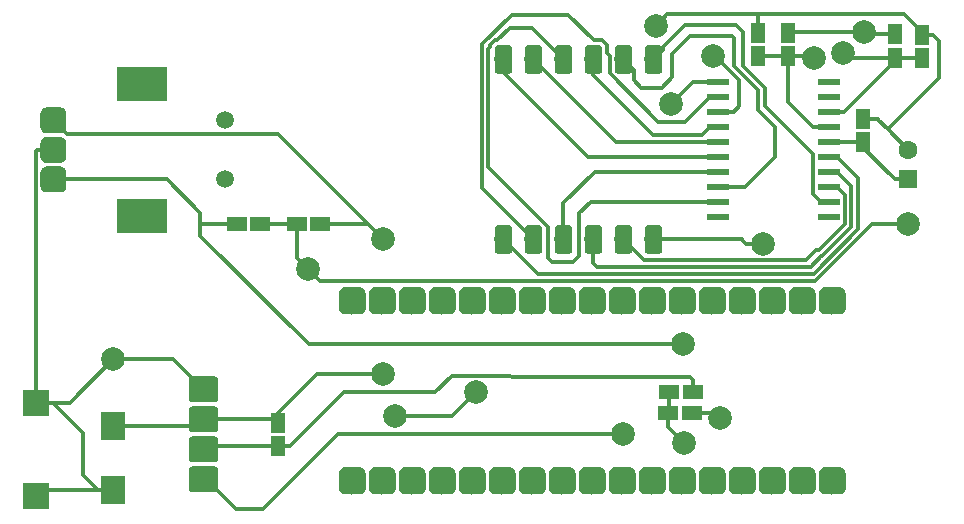
<source format=gbr>
G04 #@! TF.GenerationSoftware,KiCad,Pcbnew,6.0.0-rc1-unknown-3024ded~66~ubuntu18.04.1*
G04 #@! TF.CreationDate,2018-11-05T19:27:41-08:00*
G04 #@! TF.ProjectId,arduino-micro,61726475696E6F2D6D6963726F2E6B69,rev?*
G04 #@! TF.SameCoordinates,PX8c5fca8PY9629108*
G04 #@! TF.FileFunction,Copper,L1,Top,Signal*
G04 #@! TF.FilePolarity,Positive*
%FSLAX46Y46*%
G04 Gerber Fmt 4.6, Leading zero omitted, Abs format (unit mm)*
G04 Created by KiCad (PCBNEW 6.0.0-rc1-unknown-3024ded~66~ubuntu18.04.1) date Mon 05 Nov 2018 07:27:41 PM PST*
%MOMM*%
%LPD*%
G01*
G04 APERTURE LIST*
G04 #@! TA.AperFunction,SMDPad,CuDef*
%ADD10R,1.790000X1.300000*%
G04 #@! TD*
G04 #@! TA.AperFunction,Conductor*
%ADD11C,0.100000*%
G04 #@! TD*
G04 #@! TA.AperFunction,ComponentPad*
%ADD12C,2.200000*%
G04 #@! TD*
G04 #@! TA.AperFunction,ComponentPad*
%ADD13C,1.500000*%
G04 #@! TD*
G04 #@! TA.AperFunction,SMDPad,CuDef*
%ADD14R,1.300000X1.790000*%
G04 #@! TD*
G04 #@! TA.AperFunction,ComponentPad*
%ADD15R,1.600000X1.600000*%
G04 #@! TD*
G04 #@! TA.AperFunction,ComponentPad*
%ADD16C,1.600000*%
G04 #@! TD*
G04 #@! TA.AperFunction,ComponentPad*
%ADD17R,4.200000X3.000000*%
G04 #@! TD*
G04 #@! TA.AperFunction,ComponentPad*
%ADD18C,2.300000*%
G04 #@! TD*
G04 #@! TA.AperFunction,SMDPad,CuDef*
%ADD19R,1.950000X0.600000*%
G04 #@! TD*
G04 #@! TA.AperFunction,SMDPad,CuDef*
%ADD20R,2.200000X2.300000*%
G04 #@! TD*
G04 #@! TA.AperFunction,SMDPad,CuDef*
%ADD21R,2.000000X2.400000*%
G04 #@! TD*
G04 #@! TA.AperFunction,ViaPad*
%ADD22C,2.000000*%
G04 #@! TD*
G04 #@! TA.AperFunction,Conductor*
%ADD23C,0.350000*%
G04 #@! TD*
G04 APERTURE END LIST*
D10*
G04 #@! TO.P,R7,1*
G04 #@! TO.N,GND*
X58007000Y9448800D03*
G04 #@! TO.P,R7,2*
G04 #@! TO.N,Net-(R6-Pad1)*
X56007000Y9448800D03*
G04 #@! TD*
G04 #@! TO.P,R6,1*
G04 #@! TO.N,Net-(R6-Pad1)*
X56048400Y11226800D03*
G04 #@! TO.P,R6,2*
G04 #@! TO.N,Net-(M1-Pad3)*
X58048400Y11226800D03*
G04 #@! TD*
D11*
G04 #@! TO.N,GND*
G04 #@! TO.C,M1*
G36*
X17601252Y12503075D02*
X17632005Y12498513D01*
X17662162Y12490959D01*
X17691434Y12480485D01*
X17719538Y12467193D01*
X17746205Y12451210D01*
X17771176Y12432690D01*
X17794211Y12411811D01*
X17815090Y12388776D01*
X17833610Y12363805D01*
X17849593Y12337138D01*
X17862885Y12309034D01*
X17873359Y12279762D01*
X17880913Y12249605D01*
X17885475Y12218852D01*
X17887000Y12187800D01*
X17887000Y10621400D01*
X17885475Y10590348D01*
X17880913Y10559595D01*
X17873359Y10529438D01*
X17862885Y10500166D01*
X17849593Y10472062D01*
X17833610Y10445395D01*
X17815090Y10420424D01*
X17794211Y10397389D01*
X17771176Y10376510D01*
X17746205Y10357990D01*
X17719538Y10342007D01*
X17691434Y10328715D01*
X17662162Y10318241D01*
X17632005Y10310687D01*
X17601252Y10306125D01*
X17570200Y10304600D01*
X15703800Y10304600D01*
X15672748Y10306125D01*
X15641995Y10310687D01*
X15611838Y10318241D01*
X15582566Y10328715D01*
X15554462Y10342007D01*
X15527795Y10357990D01*
X15502824Y10376510D01*
X15479789Y10397389D01*
X15458910Y10420424D01*
X15440390Y10445395D01*
X15424407Y10472062D01*
X15411115Y10500166D01*
X15400641Y10529438D01*
X15393087Y10559595D01*
X15388525Y10590348D01*
X15387000Y10621400D01*
X15387000Y12187800D01*
X15388525Y12218852D01*
X15393087Y12249605D01*
X15400641Y12279762D01*
X15411115Y12309034D01*
X15424407Y12337138D01*
X15440390Y12363805D01*
X15458910Y12388776D01*
X15479789Y12411811D01*
X15502824Y12432690D01*
X15527795Y12451210D01*
X15554462Y12467193D01*
X15582566Y12480485D01*
X15611838Y12490959D01*
X15641995Y12498513D01*
X15672748Y12503075D01*
X15703800Y12504600D01*
X17570200Y12504600D01*
X17601252Y12503075D01*
X17601252Y12503075D01*
G37*
D12*
G04 #@! TD*
G04 #@! TO.P,M1,1*
G04 #@! TO.N,GND*
X16637000Y11404600D03*
D11*
G04 #@! TO.N,+12V*
G04 #@! TO.C,M1*
G36*
X17601252Y9963075D02*
X17632005Y9958513D01*
X17662162Y9950959D01*
X17691434Y9940485D01*
X17719538Y9927193D01*
X17746205Y9911210D01*
X17771176Y9892690D01*
X17794211Y9871811D01*
X17815090Y9848776D01*
X17833610Y9823805D01*
X17849593Y9797138D01*
X17862885Y9769034D01*
X17873359Y9739762D01*
X17880913Y9709605D01*
X17885475Y9678852D01*
X17887000Y9647800D01*
X17887000Y8081400D01*
X17885475Y8050348D01*
X17880913Y8019595D01*
X17873359Y7989438D01*
X17862885Y7960166D01*
X17849593Y7932062D01*
X17833610Y7905395D01*
X17815090Y7880424D01*
X17794211Y7857389D01*
X17771176Y7836510D01*
X17746205Y7817990D01*
X17719538Y7802007D01*
X17691434Y7788715D01*
X17662162Y7778241D01*
X17632005Y7770687D01*
X17601252Y7766125D01*
X17570200Y7764600D01*
X15703800Y7764600D01*
X15672748Y7766125D01*
X15641995Y7770687D01*
X15611838Y7778241D01*
X15582566Y7788715D01*
X15554462Y7802007D01*
X15527795Y7817990D01*
X15502824Y7836510D01*
X15479789Y7857389D01*
X15458910Y7880424D01*
X15440390Y7905395D01*
X15424407Y7932062D01*
X15411115Y7960166D01*
X15400641Y7989438D01*
X15393087Y8019595D01*
X15388525Y8050348D01*
X15387000Y8081400D01*
X15387000Y9647800D01*
X15388525Y9678852D01*
X15393087Y9709605D01*
X15400641Y9739762D01*
X15411115Y9769034D01*
X15424407Y9797138D01*
X15440390Y9823805D01*
X15458910Y9848776D01*
X15479789Y9871811D01*
X15502824Y9892690D01*
X15527795Y9911210D01*
X15554462Y9927193D01*
X15582566Y9940485D01*
X15611838Y9950959D01*
X15641995Y9958513D01*
X15672748Y9963075D01*
X15703800Y9964600D01*
X17570200Y9964600D01*
X17601252Y9963075D01*
X17601252Y9963075D01*
G37*
D12*
G04 #@! TD*
G04 #@! TO.P,M1,2*
G04 #@! TO.N,+12V*
X16637000Y8864600D03*
D11*
G04 #@! TO.N,Net-(M1-Pad3)*
G04 #@! TO.C,M1*
G36*
X17601252Y7423075D02*
X17632005Y7418513D01*
X17662162Y7410959D01*
X17691434Y7400485D01*
X17719538Y7387193D01*
X17746205Y7371210D01*
X17771176Y7352690D01*
X17794211Y7331811D01*
X17815090Y7308776D01*
X17833610Y7283805D01*
X17849593Y7257138D01*
X17862885Y7229034D01*
X17873359Y7199762D01*
X17880913Y7169605D01*
X17885475Y7138852D01*
X17887000Y7107800D01*
X17887000Y5541400D01*
X17885475Y5510348D01*
X17880913Y5479595D01*
X17873359Y5449438D01*
X17862885Y5420166D01*
X17849593Y5392062D01*
X17833610Y5365395D01*
X17815090Y5340424D01*
X17794211Y5317389D01*
X17771176Y5296510D01*
X17746205Y5277990D01*
X17719538Y5262007D01*
X17691434Y5248715D01*
X17662162Y5238241D01*
X17632005Y5230687D01*
X17601252Y5226125D01*
X17570200Y5224600D01*
X15703800Y5224600D01*
X15672748Y5226125D01*
X15641995Y5230687D01*
X15611838Y5238241D01*
X15582566Y5248715D01*
X15554462Y5262007D01*
X15527795Y5277990D01*
X15502824Y5296510D01*
X15479789Y5317389D01*
X15458910Y5340424D01*
X15440390Y5365395D01*
X15424407Y5392062D01*
X15411115Y5420166D01*
X15400641Y5449438D01*
X15393087Y5479595D01*
X15388525Y5510348D01*
X15387000Y5541400D01*
X15387000Y7107800D01*
X15388525Y7138852D01*
X15393087Y7169605D01*
X15400641Y7199762D01*
X15411115Y7229034D01*
X15424407Y7257138D01*
X15440390Y7283805D01*
X15458910Y7308776D01*
X15479789Y7331811D01*
X15502824Y7352690D01*
X15527795Y7371210D01*
X15554462Y7387193D01*
X15582566Y7400485D01*
X15611838Y7410959D01*
X15641995Y7418513D01*
X15672748Y7423075D01*
X15703800Y7424600D01*
X17570200Y7424600D01*
X17601252Y7423075D01*
X17601252Y7423075D01*
G37*
D12*
G04 #@! TD*
G04 #@! TO.P,M1,3*
G04 #@! TO.N,Net-(M1-Pad3)*
X16637000Y6324600D03*
D11*
G04 #@! TO.N,Net-(M1-Pad4)*
G04 #@! TO.C,M1*
G36*
X17601252Y4883075D02*
X17632005Y4878513D01*
X17662162Y4870959D01*
X17691434Y4860485D01*
X17719538Y4847193D01*
X17746205Y4831210D01*
X17771176Y4812690D01*
X17794211Y4791811D01*
X17815090Y4768776D01*
X17833610Y4743805D01*
X17849593Y4717138D01*
X17862885Y4689034D01*
X17873359Y4659762D01*
X17880913Y4629605D01*
X17885475Y4598852D01*
X17887000Y4567800D01*
X17887000Y3001400D01*
X17885475Y2970348D01*
X17880913Y2939595D01*
X17873359Y2909438D01*
X17862885Y2880166D01*
X17849593Y2852062D01*
X17833610Y2825395D01*
X17815090Y2800424D01*
X17794211Y2777389D01*
X17771176Y2756510D01*
X17746205Y2737990D01*
X17719538Y2722007D01*
X17691434Y2708715D01*
X17662162Y2698241D01*
X17632005Y2690687D01*
X17601252Y2686125D01*
X17570200Y2684600D01*
X15703800Y2684600D01*
X15672748Y2686125D01*
X15641995Y2690687D01*
X15611838Y2698241D01*
X15582566Y2708715D01*
X15554462Y2722007D01*
X15527795Y2737990D01*
X15502824Y2756510D01*
X15479789Y2777389D01*
X15458910Y2800424D01*
X15440390Y2825395D01*
X15424407Y2852062D01*
X15411115Y2880166D01*
X15400641Y2909438D01*
X15393087Y2939595D01*
X15388525Y2970348D01*
X15387000Y3001400D01*
X15387000Y4567800D01*
X15388525Y4598852D01*
X15393087Y4629605D01*
X15400641Y4659762D01*
X15411115Y4689034D01*
X15424407Y4717138D01*
X15440390Y4743805D01*
X15458910Y4768776D01*
X15479789Y4791811D01*
X15502824Y4812690D01*
X15527795Y4831210D01*
X15554462Y4847193D01*
X15582566Y4860485D01*
X15611838Y4870959D01*
X15641995Y4878513D01*
X15672748Y4883075D01*
X15703800Y4884600D01*
X17570200Y4884600D01*
X17601252Y4883075D01*
X17601252Y4883075D01*
G37*
D12*
G04 #@! TD*
G04 #@! TO.P,M1,4*
G04 #@! TO.N,Net-(M1-Pad4)*
X16637000Y3784600D03*
D11*
G04 #@! TO.N,Net-(U1-Pad6)*
G04 #@! TO.C,U2*
G36*
X42448756Y40592794D02*
X42485159Y40587394D01*
X42520857Y40578453D01*
X42555506Y40566055D01*
X42588774Y40550320D01*
X42620339Y40531401D01*
X42649897Y40509479D01*
X42677165Y40484765D01*
X42701879Y40457497D01*
X42723801Y40427939D01*
X42742720Y40396374D01*
X42758455Y40363106D01*
X42770853Y40328457D01*
X42779794Y40292759D01*
X42785194Y40256356D01*
X42787000Y40219600D01*
X42787000Y38469600D01*
X42785194Y38432844D01*
X42779794Y38396441D01*
X42770853Y38360743D01*
X42758455Y38326094D01*
X42742720Y38292826D01*
X42723801Y38261261D01*
X42701879Y38231703D01*
X42677165Y38204435D01*
X42649897Y38179721D01*
X42620339Y38157799D01*
X42588774Y38138880D01*
X42555506Y38123145D01*
X42520857Y38110747D01*
X42485159Y38101806D01*
X42448756Y38096406D01*
X42412000Y38094600D01*
X41662000Y38094600D01*
X41625244Y38096406D01*
X41588841Y38101806D01*
X41553143Y38110747D01*
X41518494Y38123145D01*
X41485226Y38138880D01*
X41453661Y38157799D01*
X41424103Y38179721D01*
X41396835Y38204435D01*
X41372121Y38231703D01*
X41350199Y38261261D01*
X41331280Y38292826D01*
X41315545Y38326094D01*
X41303147Y38360743D01*
X41294206Y38396441D01*
X41288806Y38432844D01*
X41287000Y38469600D01*
X41287000Y40219600D01*
X41288806Y40256356D01*
X41294206Y40292759D01*
X41303147Y40328457D01*
X41315545Y40363106D01*
X41331280Y40396374D01*
X41350199Y40427939D01*
X41372121Y40457497D01*
X41396835Y40484765D01*
X41424103Y40509479D01*
X41453661Y40531401D01*
X41485226Y40550320D01*
X41518494Y40566055D01*
X41553143Y40578453D01*
X41588841Y40587394D01*
X41625244Y40592794D01*
X41662000Y40594600D01*
X42412000Y40594600D01*
X42448756Y40592794D01*
X42448756Y40592794D01*
G37*
D13*
G04 #@! TD*
G04 #@! TO.P,U2,1*
G04 #@! TO.N,Net-(U1-Pad6)*
X42037000Y39344600D03*
D11*
G04 #@! TO.N,Net-(U1-Pad5)*
G04 #@! TO.C,U2*
G36*
X44988756Y40592794D02*
X45025159Y40587394D01*
X45060857Y40578453D01*
X45095506Y40566055D01*
X45128774Y40550320D01*
X45160339Y40531401D01*
X45189897Y40509479D01*
X45217165Y40484765D01*
X45241879Y40457497D01*
X45263801Y40427939D01*
X45282720Y40396374D01*
X45298455Y40363106D01*
X45310853Y40328457D01*
X45319794Y40292759D01*
X45325194Y40256356D01*
X45327000Y40219600D01*
X45327000Y38469600D01*
X45325194Y38432844D01*
X45319794Y38396441D01*
X45310853Y38360743D01*
X45298455Y38326094D01*
X45282720Y38292826D01*
X45263801Y38261261D01*
X45241879Y38231703D01*
X45217165Y38204435D01*
X45189897Y38179721D01*
X45160339Y38157799D01*
X45128774Y38138880D01*
X45095506Y38123145D01*
X45060857Y38110747D01*
X45025159Y38101806D01*
X44988756Y38096406D01*
X44952000Y38094600D01*
X44202000Y38094600D01*
X44165244Y38096406D01*
X44128841Y38101806D01*
X44093143Y38110747D01*
X44058494Y38123145D01*
X44025226Y38138880D01*
X43993661Y38157799D01*
X43964103Y38179721D01*
X43936835Y38204435D01*
X43912121Y38231703D01*
X43890199Y38261261D01*
X43871280Y38292826D01*
X43855545Y38326094D01*
X43843147Y38360743D01*
X43834206Y38396441D01*
X43828806Y38432844D01*
X43827000Y38469600D01*
X43827000Y40219600D01*
X43828806Y40256356D01*
X43834206Y40292759D01*
X43843147Y40328457D01*
X43855545Y40363106D01*
X43871280Y40396374D01*
X43890199Y40427939D01*
X43912121Y40457497D01*
X43936835Y40484765D01*
X43964103Y40509479D01*
X43993661Y40531401D01*
X44025226Y40550320D01*
X44058494Y40566055D01*
X44093143Y40578453D01*
X44128841Y40587394D01*
X44165244Y40592794D01*
X44202000Y40594600D01*
X44952000Y40594600D01*
X44988756Y40592794D01*
X44988756Y40592794D01*
G37*
D13*
G04 #@! TD*
G04 #@! TO.P,U2,2*
G04 #@! TO.N,Net-(U1-Pad5)*
X44577000Y39344600D03*
D11*
G04 #@! TO.N,Net-(U1-Pad9)*
G04 #@! TO.C,U2*
G36*
X47528756Y40592794D02*
X47565159Y40587394D01*
X47600857Y40578453D01*
X47635506Y40566055D01*
X47668774Y40550320D01*
X47700339Y40531401D01*
X47729897Y40509479D01*
X47757165Y40484765D01*
X47781879Y40457497D01*
X47803801Y40427939D01*
X47822720Y40396374D01*
X47838455Y40363106D01*
X47850853Y40328457D01*
X47859794Y40292759D01*
X47865194Y40256356D01*
X47867000Y40219600D01*
X47867000Y38469600D01*
X47865194Y38432844D01*
X47859794Y38396441D01*
X47850853Y38360743D01*
X47838455Y38326094D01*
X47822720Y38292826D01*
X47803801Y38261261D01*
X47781879Y38231703D01*
X47757165Y38204435D01*
X47729897Y38179721D01*
X47700339Y38157799D01*
X47668774Y38138880D01*
X47635506Y38123145D01*
X47600857Y38110747D01*
X47565159Y38101806D01*
X47528756Y38096406D01*
X47492000Y38094600D01*
X46742000Y38094600D01*
X46705244Y38096406D01*
X46668841Y38101806D01*
X46633143Y38110747D01*
X46598494Y38123145D01*
X46565226Y38138880D01*
X46533661Y38157799D01*
X46504103Y38179721D01*
X46476835Y38204435D01*
X46452121Y38231703D01*
X46430199Y38261261D01*
X46411280Y38292826D01*
X46395545Y38326094D01*
X46383147Y38360743D01*
X46374206Y38396441D01*
X46368806Y38432844D01*
X46367000Y38469600D01*
X46367000Y40219600D01*
X46368806Y40256356D01*
X46374206Y40292759D01*
X46383147Y40328457D01*
X46395545Y40363106D01*
X46411280Y40396374D01*
X46430199Y40427939D01*
X46452121Y40457497D01*
X46476835Y40484765D01*
X46504103Y40509479D01*
X46533661Y40531401D01*
X46565226Y40550320D01*
X46598494Y40566055D01*
X46633143Y40578453D01*
X46668841Y40587394D01*
X46705244Y40592794D01*
X46742000Y40594600D01*
X47492000Y40594600D01*
X47528756Y40592794D01*
X47528756Y40592794D01*
G37*
D13*
G04 #@! TD*
G04 #@! TO.P,U2,3*
G04 #@! TO.N,Net-(U1-Pad9)*
X47117000Y39344600D03*
D11*
G04 #@! TO.N,Net-(U1-Pad4)*
G04 #@! TO.C,U2*
G36*
X50068756Y40592794D02*
X50105159Y40587394D01*
X50140857Y40578453D01*
X50175506Y40566055D01*
X50208774Y40550320D01*
X50240339Y40531401D01*
X50269897Y40509479D01*
X50297165Y40484765D01*
X50321879Y40457497D01*
X50343801Y40427939D01*
X50362720Y40396374D01*
X50378455Y40363106D01*
X50390853Y40328457D01*
X50399794Y40292759D01*
X50405194Y40256356D01*
X50407000Y40219600D01*
X50407000Y38469600D01*
X50405194Y38432844D01*
X50399794Y38396441D01*
X50390853Y38360743D01*
X50378455Y38326094D01*
X50362720Y38292826D01*
X50343801Y38261261D01*
X50321879Y38231703D01*
X50297165Y38204435D01*
X50269897Y38179721D01*
X50240339Y38157799D01*
X50208774Y38138880D01*
X50175506Y38123145D01*
X50140857Y38110747D01*
X50105159Y38101806D01*
X50068756Y38096406D01*
X50032000Y38094600D01*
X49282000Y38094600D01*
X49245244Y38096406D01*
X49208841Y38101806D01*
X49173143Y38110747D01*
X49138494Y38123145D01*
X49105226Y38138880D01*
X49073661Y38157799D01*
X49044103Y38179721D01*
X49016835Y38204435D01*
X48992121Y38231703D01*
X48970199Y38261261D01*
X48951280Y38292826D01*
X48935545Y38326094D01*
X48923147Y38360743D01*
X48914206Y38396441D01*
X48908806Y38432844D01*
X48907000Y38469600D01*
X48907000Y40219600D01*
X48908806Y40256356D01*
X48914206Y40292759D01*
X48923147Y40328457D01*
X48935545Y40363106D01*
X48951280Y40396374D01*
X48970199Y40427939D01*
X48992121Y40457497D01*
X49016835Y40484765D01*
X49044103Y40509479D01*
X49073661Y40531401D01*
X49105226Y40550320D01*
X49138494Y40566055D01*
X49173143Y40578453D01*
X49208841Y40587394D01*
X49245244Y40592794D01*
X49282000Y40594600D01*
X50032000Y40594600D01*
X50068756Y40592794D01*
X50068756Y40592794D01*
G37*
D13*
G04 #@! TD*
G04 #@! TO.P,U2,4*
G04 #@! TO.N,Net-(U1-Pad4)*
X49657000Y39344600D03*
D11*
G04 #@! TO.N,Net-(U1-Pad8)*
G04 #@! TO.C,U2*
G36*
X52608756Y40592794D02*
X52645159Y40587394D01*
X52680857Y40578453D01*
X52715506Y40566055D01*
X52748774Y40550320D01*
X52780339Y40531401D01*
X52809897Y40509479D01*
X52837165Y40484765D01*
X52861879Y40457497D01*
X52883801Y40427939D01*
X52902720Y40396374D01*
X52918455Y40363106D01*
X52930853Y40328457D01*
X52939794Y40292759D01*
X52945194Y40256356D01*
X52947000Y40219600D01*
X52947000Y38469600D01*
X52945194Y38432844D01*
X52939794Y38396441D01*
X52930853Y38360743D01*
X52918455Y38326094D01*
X52902720Y38292826D01*
X52883801Y38261261D01*
X52861879Y38231703D01*
X52837165Y38204435D01*
X52809897Y38179721D01*
X52780339Y38157799D01*
X52748774Y38138880D01*
X52715506Y38123145D01*
X52680857Y38110747D01*
X52645159Y38101806D01*
X52608756Y38096406D01*
X52572000Y38094600D01*
X51822000Y38094600D01*
X51785244Y38096406D01*
X51748841Y38101806D01*
X51713143Y38110747D01*
X51678494Y38123145D01*
X51645226Y38138880D01*
X51613661Y38157799D01*
X51584103Y38179721D01*
X51556835Y38204435D01*
X51532121Y38231703D01*
X51510199Y38261261D01*
X51491280Y38292826D01*
X51475545Y38326094D01*
X51463147Y38360743D01*
X51454206Y38396441D01*
X51448806Y38432844D01*
X51447000Y38469600D01*
X51447000Y40219600D01*
X51448806Y40256356D01*
X51454206Y40292759D01*
X51463147Y40328457D01*
X51475545Y40363106D01*
X51491280Y40396374D01*
X51510199Y40427939D01*
X51532121Y40457497D01*
X51556835Y40484765D01*
X51584103Y40509479D01*
X51613661Y40531401D01*
X51645226Y40550320D01*
X51678494Y40566055D01*
X51713143Y40578453D01*
X51748841Y40587394D01*
X51785244Y40592794D01*
X51822000Y40594600D01*
X52572000Y40594600D01*
X52608756Y40592794D01*
X52608756Y40592794D01*
G37*
D13*
G04 #@! TD*
G04 #@! TO.P,U2,5*
G04 #@! TO.N,Net-(U1-Pad8)*
X52197000Y39344600D03*
D11*
G04 #@! TO.N,Net-(U1-Pad12)*
G04 #@! TO.C,U2*
G36*
X55148756Y40592794D02*
X55185159Y40587394D01*
X55220857Y40578453D01*
X55255506Y40566055D01*
X55288774Y40550320D01*
X55320339Y40531401D01*
X55349897Y40509479D01*
X55377165Y40484765D01*
X55401879Y40457497D01*
X55423801Y40427939D01*
X55442720Y40396374D01*
X55458455Y40363106D01*
X55470853Y40328457D01*
X55479794Y40292759D01*
X55485194Y40256356D01*
X55487000Y40219600D01*
X55487000Y38469600D01*
X55485194Y38432844D01*
X55479794Y38396441D01*
X55470853Y38360743D01*
X55458455Y38326094D01*
X55442720Y38292826D01*
X55423801Y38261261D01*
X55401879Y38231703D01*
X55377165Y38204435D01*
X55349897Y38179721D01*
X55320339Y38157799D01*
X55288774Y38138880D01*
X55255506Y38123145D01*
X55220857Y38110747D01*
X55185159Y38101806D01*
X55148756Y38096406D01*
X55112000Y38094600D01*
X54362000Y38094600D01*
X54325244Y38096406D01*
X54288841Y38101806D01*
X54253143Y38110747D01*
X54218494Y38123145D01*
X54185226Y38138880D01*
X54153661Y38157799D01*
X54124103Y38179721D01*
X54096835Y38204435D01*
X54072121Y38231703D01*
X54050199Y38261261D01*
X54031280Y38292826D01*
X54015545Y38326094D01*
X54003147Y38360743D01*
X53994206Y38396441D01*
X53988806Y38432844D01*
X53987000Y38469600D01*
X53987000Y40219600D01*
X53988806Y40256356D01*
X53994206Y40292759D01*
X54003147Y40328457D01*
X54015545Y40363106D01*
X54031280Y40396374D01*
X54050199Y40427939D01*
X54072121Y40457497D01*
X54096835Y40484765D01*
X54124103Y40509479D01*
X54153661Y40531401D01*
X54185226Y40550320D01*
X54218494Y40566055D01*
X54253143Y40578453D01*
X54288841Y40587394D01*
X54325244Y40592794D01*
X54362000Y40594600D01*
X55112000Y40594600D01*
X55148756Y40592794D01*
X55148756Y40592794D01*
G37*
D13*
G04 #@! TD*
G04 #@! TO.P,U2,6*
G04 #@! TO.N,Net-(U1-Pad12)*
X54737000Y39344600D03*
D11*
G04 #@! TO.N,Net-(U1-Pad3)*
G04 #@! TO.C,U2*
G36*
X55148756Y25352794D02*
X55185159Y25347394D01*
X55220857Y25338453D01*
X55255506Y25326055D01*
X55288774Y25310320D01*
X55320339Y25291401D01*
X55349897Y25269479D01*
X55377165Y25244765D01*
X55401879Y25217497D01*
X55423801Y25187939D01*
X55442720Y25156374D01*
X55458455Y25123106D01*
X55470853Y25088457D01*
X55479794Y25052759D01*
X55485194Y25016356D01*
X55487000Y24979600D01*
X55487000Y23229600D01*
X55485194Y23192844D01*
X55479794Y23156441D01*
X55470853Y23120743D01*
X55458455Y23086094D01*
X55442720Y23052826D01*
X55423801Y23021261D01*
X55401879Y22991703D01*
X55377165Y22964435D01*
X55349897Y22939721D01*
X55320339Y22917799D01*
X55288774Y22898880D01*
X55255506Y22883145D01*
X55220857Y22870747D01*
X55185159Y22861806D01*
X55148756Y22856406D01*
X55112000Y22854600D01*
X54362000Y22854600D01*
X54325244Y22856406D01*
X54288841Y22861806D01*
X54253143Y22870747D01*
X54218494Y22883145D01*
X54185226Y22898880D01*
X54153661Y22917799D01*
X54124103Y22939721D01*
X54096835Y22964435D01*
X54072121Y22991703D01*
X54050199Y23021261D01*
X54031280Y23052826D01*
X54015545Y23086094D01*
X54003147Y23120743D01*
X53994206Y23156441D01*
X53988806Y23192844D01*
X53987000Y23229600D01*
X53987000Y24979600D01*
X53988806Y25016356D01*
X53994206Y25052759D01*
X54003147Y25088457D01*
X54015545Y25123106D01*
X54031280Y25156374D01*
X54050199Y25187939D01*
X54072121Y25217497D01*
X54096835Y25244765D01*
X54124103Y25269479D01*
X54153661Y25291401D01*
X54185226Y25310320D01*
X54218494Y25326055D01*
X54253143Y25338453D01*
X54288841Y25347394D01*
X54325244Y25352794D01*
X54362000Y25354600D01*
X55112000Y25354600D01*
X55148756Y25352794D01*
X55148756Y25352794D01*
G37*
D13*
G04 #@! TD*
G04 #@! TO.P,U2,7*
G04 #@! TO.N,Net-(U1-Pad3)*
X54737000Y24104600D03*
D11*
G04 #@! TO.N,Net-(U1-Pad13)*
G04 #@! TO.C,U2*
G36*
X52608756Y25352794D02*
X52645159Y25347394D01*
X52680857Y25338453D01*
X52715506Y25326055D01*
X52748774Y25310320D01*
X52780339Y25291401D01*
X52809897Y25269479D01*
X52837165Y25244765D01*
X52861879Y25217497D01*
X52883801Y25187939D01*
X52902720Y25156374D01*
X52918455Y25123106D01*
X52930853Y25088457D01*
X52939794Y25052759D01*
X52945194Y25016356D01*
X52947000Y24979600D01*
X52947000Y23229600D01*
X52945194Y23192844D01*
X52939794Y23156441D01*
X52930853Y23120743D01*
X52918455Y23086094D01*
X52902720Y23052826D01*
X52883801Y23021261D01*
X52861879Y22991703D01*
X52837165Y22964435D01*
X52809897Y22939721D01*
X52780339Y22917799D01*
X52748774Y22898880D01*
X52715506Y22883145D01*
X52680857Y22870747D01*
X52645159Y22861806D01*
X52608756Y22856406D01*
X52572000Y22854600D01*
X51822000Y22854600D01*
X51785244Y22856406D01*
X51748841Y22861806D01*
X51713143Y22870747D01*
X51678494Y22883145D01*
X51645226Y22898880D01*
X51613661Y22917799D01*
X51584103Y22939721D01*
X51556835Y22964435D01*
X51532121Y22991703D01*
X51510199Y23021261D01*
X51491280Y23052826D01*
X51475545Y23086094D01*
X51463147Y23120743D01*
X51454206Y23156441D01*
X51448806Y23192844D01*
X51447000Y23229600D01*
X51447000Y24979600D01*
X51448806Y25016356D01*
X51454206Y25052759D01*
X51463147Y25088457D01*
X51475545Y25123106D01*
X51491280Y25156374D01*
X51510199Y25187939D01*
X51532121Y25217497D01*
X51556835Y25244765D01*
X51584103Y25269479D01*
X51613661Y25291401D01*
X51645226Y25310320D01*
X51678494Y25326055D01*
X51713143Y25338453D01*
X51748841Y25347394D01*
X51785244Y25352794D01*
X51822000Y25354600D01*
X52572000Y25354600D01*
X52608756Y25352794D01*
X52608756Y25352794D01*
G37*
D13*
G04 #@! TD*
G04 #@! TO.P,U2,8*
G04 #@! TO.N,Net-(U1-Pad13)*
X52197000Y24104600D03*
D11*
G04 #@! TO.N,Net-(U1-Pad14)*
G04 #@! TO.C,U2*
G36*
X50068756Y25352794D02*
X50105159Y25347394D01*
X50140857Y25338453D01*
X50175506Y25326055D01*
X50208774Y25310320D01*
X50240339Y25291401D01*
X50269897Y25269479D01*
X50297165Y25244765D01*
X50321879Y25217497D01*
X50343801Y25187939D01*
X50362720Y25156374D01*
X50378455Y25123106D01*
X50390853Y25088457D01*
X50399794Y25052759D01*
X50405194Y25016356D01*
X50407000Y24979600D01*
X50407000Y23229600D01*
X50405194Y23192844D01*
X50399794Y23156441D01*
X50390853Y23120743D01*
X50378455Y23086094D01*
X50362720Y23052826D01*
X50343801Y23021261D01*
X50321879Y22991703D01*
X50297165Y22964435D01*
X50269897Y22939721D01*
X50240339Y22917799D01*
X50208774Y22898880D01*
X50175506Y22883145D01*
X50140857Y22870747D01*
X50105159Y22861806D01*
X50068756Y22856406D01*
X50032000Y22854600D01*
X49282000Y22854600D01*
X49245244Y22856406D01*
X49208841Y22861806D01*
X49173143Y22870747D01*
X49138494Y22883145D01*
X49105226Y22898880D01*
X49073661Y22917799D01*
X49044103Y22939721D01*
X49016835Y22964435D01*
X48992121Y22991703D01*
X48970199Y23021261D01*
X48951280Y23052826D01*
X48935545Y23086094D01*
X48923147Y23120743D01*
X48914206Y23156441D01*
X48908806Y23192844D01*
X48907000Y23229600D01*
X48907000Y24979600D01*
X48908806Y25016356D01*
X48914206Y25052759D01*
X48923147Y25088457D01*
X48935545Y25123106D01*
X48951280Y25156374D01*
X48970199Y25187939D01*
X48992121Y25217497D01*
X49016835Y25244765D01*
X49044103Y25269479D01*
X49073661Y25291401D01*
X49105226Y25310320D01*
X49138494Y25326055D01*
X49173143Y25338453D01*
X49208841Y25347394D01*
X49245244Y25352794D01*
X49282000Y25354600D01*
X50032000Y25354600D01*
X50068756Y25352794D01*
X50068756Y25352794D01*
G37*
D13*
G04 #@! TD*
G04 #@! TO.P,U2,9*
G04 #@! TO.N,Net-(U1-Pad14)*
X49657000Y24104600D03*
D11*
G04 #@! TO.N,Net-(U1-Pad7)*
G04 #@! TO.C,U2*
G36*
X47528756Y25352794D02*
X47565159Y25347394D01*
X47600857Y25338453D01*
X47635506Y25326055D01*
X47668774Y25310320D01*
X47700339Y25291401D01*
X47729897Y25269479D01*
X47757165Y25244765D01*
X47781879Y25217497D01*
X47803801Y25187939D01*
X47822720Y25156374D01*
X47838455Y25123106D01*
X47850853Y25088457D01*
X47859794Y25052759D01*
X47865194Y25016356D01*
X47867000Y24979600D01*
X47867000Y23229600D01*
X47865194Y23192844D01*
X47859794Y23156441D01*
X47850853Y23120743D01*
X47838455Y23086094D01*
X47822720Y23052826D01*
X47803801Y23021261D01*
X47781879Y22991703D01*
X47757165Y22964435D01*
X47729897Y22939721D01*
X47700339Y22917799D01*
X47668774Y22898880D01*
X47635506Y22883145D01*
X47600857Y22870747D01*
X47565159Y22861806D01*
X47528756Y22856406D01*
X47492000Y22854600D01*
X46742000Y22854600D01*
X46705244Y22856406D01*
X46668841Y22861806D01*
X46633143Y22870747D01*
X46598494Y22883145D01*
X46565226Y22898880D01*
X46533661Y22917799D01*
X46504103Y22939721D01*
X46476835Y22964435D01*
X46452121Y22991703D01*
X46430199Y23021261D01*
X46411280Y23052826D01*
X46395545Y23086094D01*
X46383147Y23120743D01*
X46374206Y23156441D01*
X46368806Y23192844D01*
X46367000Y23229600D01*
X46367000Y24979600D01*
X46368806Y25016356D01*
X46374206Y25052759D01*
X46383147Y25088457D01*
X46395545Y25123106D01*
X46411280Y25156374D01*
X46430199Y25187939D01*
X46452121Y25217497D01*
X46476835Y25244765D01*
X46504103Y25269479D01*
X46533661Y25291401D01*
X46565226Y25310320D01*
X46598494Y25326055D01*
X46633143Y25338453D01*
X46668841Y25347394D01*
X46705244Y25352794D01*
X46742000Y25354600D01*
X47492000Y25354600D01*
X47528756Y25352794D01*
X47528756Y25352794D01*
G37*
D13*
G04 #@! TD*
G04 #@! TO.P,U2,10*
G04 #@! TO.N,Net-(U1-Pad7)*
X47117000Y24104600D03*
D11*
G04 #@! TO.N,Net-(U1-Pad2)*
G04 #@! TO.C,U2*
G36*
X44988756Y25352794D02*
X45025159Y25347394D01*
X45060857Y25338453D01*
X45095506Y25326055D01*
X45128774Y25310320D01*
X45160339Y25291401D01*
X45189897Y25269479D01*
X45217165Y25244765D01*
X45241879Y25217497D01*
X45263801Y25187939D01*
X45282720Y25156374D01*
X45298455Y25123106D01*
X45310853Y25088457D01*
X45319794Y25052759D01*
X45325194Y25016356D01*
X45327000Y24979600D01*
X45327000Y23229600D01*
X45325194Y23192844D01*
X45319794Y23156441D01*
X45310853Y23120743D01*
X45298455Y23086094D01*
X45282720Y23052826D01*
X45263801Y23021261D01*
X45241879Y22991703D01*
X45217165Y22964435D01*
X45189897Y22939721D01*
X45160339Y22917799D01*
X45128774Y22898880D01*
X45095506Y22883145D01*
X45060857Y22870747D01*
X45025159Y22861806D01*
X44988756Y22856406D01*
X44952000Y22854600D01*
X44202000Y22854600D01*
X44165244Y22856406D01*
X44128841Y22861806D01*
X44093143Y22870747D01*
X44058494Y22883145D01*
X44025226Y22898880D01*
X43993661Y22917799D01*
X43964103Y22939721D01*
X43936835Y22964435D01*
X43912121Y22991703D01*
X43890199Y23021261D01*
X43871280Y23052826D01*
X43855545Y23086094D01*
X43843147Y23120743D01*
X43834206Y23156441D01*
X43828806Y23192844D01*
X43827000Y23229600D01*
X43827000Y24979600D01*
X43828806Y25016356D01*
X43834206Y25052759D01*
X43843147Y25088457D01*
X43855545Y25123106D01*
X43871280Y25156374D01*
X43890199Y25187939D01*
X43912121Y25217497D01*
X43936835Y25244765D01*
X43964103Y25269479D01*
X43993661Y25291401D01*
X44025226Y25310320D01*
X44058494Y25326055D01*
X44093143Y25338453D01*
X44128841Y25347394D01*
X44165244Y25352794D01*
X44202000Y25354600D01*
X44952000Y25354600D01*
X44988756Y25352794D01*
X44988756Y25352794D01*
G37*
D13*
G04 #@! TD*
G04 #@! TO.P,U2,11*
G04 #@! TO.N,Net-(U1-Pad2)*
X44577000Y24104600D03*
D11*
G04 #@! TO.N,Net-(U1-Pad15)*
G04 #@! TO.C,U2*
G36*
X42448756Y25352794D02*
X42485159Y25347394D01*
X42520857Y25338453D01*
X42555506Y25326055D01*
X42588774Y25310320D01*
X42620339Y25291401D01*
X42649897Y25269479D01*
X42677165Y25244765D01*
X42701879Y25217497D01*
X42723801Y25187939D01*
X42742720Y25156374D01*
X42758455Y25123106D01*
X42770853Y25088457D01*
X42779794Y25052759D01*
X42785194Y25016356D01*
X42787000Y24979600D01*
X42787000Y23229600D01*
X42785194Y23192844D01*
X42779794Y23156441D01*
X42770853Y23120743D01*
X42758455Y23086094D01*
X42742720Y23052826D01*
X42723801Y23021261D01*
X42701879Y22991703D01*
X42677165Y22964435D01*
X42649897Y22939721D01*
X42620339Y22917799D01*
X42588774Y22898880D01*
X42555506Y22883145D01*
X42520857Y22870747D01*
X42485159Y22861806D01*
X42448756Y22856406D01*
X42412000Y22854600D01*
X41662000Y22854600D01*
X41625244Y22856406D01*
X41588841Y22861806D01*
X41553143Y22870747D01*
X41518494Y22883145D01*
X41485226Y22898880D01*
X41453661Y22917799D01*
X41424103Y22939721D01*
X41396835Y22964435D01*
X41372121Y22991703D01*
X41350199Y23021261D01*
X41331280Y23052826D01*
X41315545Y23086094D01*
X41303147Y23120743D01*
X41294206Y23156441D01*
X41288806Y23192844D01*
X41287000Y23229600D01*
X41287000Y24979600D01*
X41288806Y25016356D01*
X41294206Y25052759D01*
X41303147Y25088457D01*
X41315545Y25123106D01*
X41331280Y25156374D01*
X41350199Y25187939D01*
X41372121Y25217497D01*
X41396835Y25244765D01*
X41424103Y25269479D01*
X41453661Y25291401D01*
X41485226Y25310320D01*
X41518494Y25326055D01*
X41553143Y25338453D01*
X41588841Y25347394D01*
X41625244Y25352794D01*
X41662000Y25354600D01*
X42412000Y25354600D01*
X42448756Y25352794D01*
X42448756Y25352794D01*
G37*
D13*
G04 #@! TD*
G04 #@! TO.P,U2,12*
G04 #@! TO.N,Net-(U1-Pad15)*
X42037000Y24104600D03*
D14*
G04 #@! TO.P,R5,1*
G04 #@! TO.N,/5V*
X75184000Y41471600D03*
G04 #@! TO.P,R5,2*
G04 #@! TO.N,/7S_CLK*
X75184000Y39471600D03*
G04 #@! TD*
G04 #@! TO.P,R4,1*
G04 #@! TO.N,/5V*
X66167000Y41614600D03*
G04 #@! TO.P,R4,2*
G04 #@! TO.N,/7S_IO*
X66167000Y39614600D03*
G04 #@! TD*
G04 #@! TO.P,R3,1*
G04 #@! TO.N,+12V*
X22987000Y8594600D03*
G04 #@! TO.P,R3,2*
G04 #@! TO.N,Net-(M1-Pad3)*
X22987000Y6594600D03*
G04 #@! TD*
D10*
G04 #@! TO.P,R2,1*
G04 #@! TO.N,/5V*
X24527000Y25374600D03*
G04 #@! TO.P,R2,2*
G04 #@! TO.N,Net-(R2-Pad2)*
X26527000Y25374600D03*
G04 #@! TD*
G04 #@! TO.P,R1,1*
G04 #@! TO.N,/5V*
X21447000Y25374600D03*
G04 #@! TO.P,R1,2*
G04 #@! TO.N,Net-(R1-Pad2)*
X19447000Y25374600D03*
G04 #@! TD*
D14*
G04 #@! TO.P,C4,1*
G04 #@! TO.N,GND*
X77444600Y41446200D03*
G04 #@! TO.P,C4,2*
G04 #@! TO.N,/7S_CLK*
X77444600Y39446200D03*
G04 #@! TD*
G04 #@! TO.P,C3,1*
G04 #@! TO.N,GND*
X63627000Y41614600D03*
G04 #@! TO.P,C3,2*
G04 #@! TO.N,/7S_IO*
X63627000Y39614600D03*
G04 #@! TD*
G04 #@! TO.P,C2,1*
G04 #@! TO.N,/5V*
X72517000Y32327100D03*
G04 #@! TO.P,C2,2*
G04 #@! TO.N,GND*
X72517000Y34327100D03*
G04 #@! TD*
D15*
G04 #@! TO.P,C1,1*
G04 #@! TO.N,/5V*
X76327000Y29184600D03*
D16*
G04 #@! TO.P,C1,2*
G04 #@! TO.N,GND*
X76327000Y31684600D03*
G04 #@! TD*
D13*
G04 #@! TO.P,SW1,*
G04 #@! TO.N,*
X18437000Y34184600D03*
X18437000Y29184600D03*
D17*
G04 #@! TO.P,SW1,MP*
G04 #@! TO.N,N/C*
X11437000Y37284600D03*
X11437000Y26084600D03*
D11*
G04 #@! TD*
G04 #@! TO.N,Net-(R2-Pad2)*
G04 #@! TO.C,SW1*
G36*
X4540909Y35281952D02*
X4594300Y35274032D01*
X4646657Y35260917D01*
X4697476Y35242734D01*
X4746268Y35219657D01*
X4792564Y35191908D01*
X4835916Y35159756D01*
X4875909Y35123509D01*
X4912156Y35083516D01*
X4944308Y35040164D01*
X4972057Y34993868D01*
X4995134Y34945076D01*
X5013317Y34894257D01*
X5026432Y34841900D01*
X5034352Y34788509D01*
X5037000Y34734600D01*
X5037000Y33634600D01*
X5034352Y33580691D01*
X5026432Y33527300D01*
X5013317Y33474943D01*
X4995134Y33424124D01*
X4972057Y33375332D01*
X4944308Y33329036D01*
X4912156Y33285684D01*
X4875909Y33245691D01*
X4835916Y33209444D01*
X4792564Y33177292D01*
X4746268Y33149543D01*
X4697476Y33126466D01*
X4646657Y33108283D01*
X4594300Y33095168D01*
X4540909Y33087248D01*
X4487000Y33084600D01*
X3387000Y33084600D01*
X3333091Y33087248D01*
X3279700Y33095168D01*
X3227343Y33108283D01*
X3176524Y33126466D01*
X3127732Y33149543D01*
X3081436Y33177292D01*
X3038084Y33209444D01*
X2998091Y33245691D01*
X2961844Y33285684D01*
X2929692Y33329036D01*
X2901943Y33375332D01*
X2878866Y33424124D01*
X2860683Y33474943D01*
X2847568Y33527300D01*
X2839648Y33580691D01*
X2837000Y33634600D01*
X2837000Y34734600D01*
X2839648Y34788509D01*
X2847568Y34841900D01*
X2860683Y34894257D01*
X2878866Y34945076D01*
X2901943Y34993868D01*
X2929692Y35040164D01*
X2961844Y35083516D01*
X2998091Y35123509D01*
X3038084Y35159756D01*
X3081436Y35191908D01*
X3127732Y35219657D01*
X3176524Y35242734D01*
X3227343Y35260917D01*
X3279700Y35274032D01*
X3333091Y35281952D01*
X3387000Y35284600D01*
X4487000Y35284600D01*
X4540909Y35281952D01*
X4540909Y35281952D01*
G37*
D12*
G04 #@! TO.P,SW1,B*
G04 #@! TO.N,Net-(R2-Pad2)*
X3937000Y34184600D03*
D11*
G04 #@! TD*
G04 #@! TO.N,GND*
G04 #@! TO.C,SW1*
G36*
X4540909Y32781952D02*
X4594300Y32774032D01*
X4646657Y32760917D01*
X4697476Y32742734D01*
X4746268Y32719657D01*
X4792564Y32691908D01*
X4835916Y32659756D01*
X4875909Y32623509D01*
X4912156Y32583516D01*
X4944308Y32540164D01*
X4972057Y32493868D01*
X4995134Y32445076D01*
X5013317Y32394257D01*
X5026432Y32341900D01*
X5034352Y32288509D01*
X5037000Y32234600D01*
X5037000Y31134600D01*
X5034352Y31080691D01*
X5026432Y31027300D01*
X5013317Y30974943D01*
X4995134Y30924124D01*
X4972057Y30875332D01*
X4944308Y30829036D01*
X4912156Y30785684D01*
X4875909Y30745691D01*
X4835916Y30709444D01*
X4792564Y30677292D01*
X4746268Y30649543D01*
X4697476Y30626466D01*
X4646657Y30608283D01*
X4594300Y30595168D01*
X4540909Y30587248D01*
X4487000Y30584600D01*
X3387000Y30584600D01*
X3333091Y30587248D01*
X3279700Y30595168D01*
X3227343Y30608283D01*
X3176524Y30626466D01*
X3127732Y30649543D01*
X3081436Y30677292D01*
X3038084Y30709444D01*
X2998091Y30745691D01*
X2961844Y30785684D01*
X2929692Y30829036D01*
X2901943Y30875332D01*
X2878866Y30924124D01*
X2860683Y30974943D01*
X2847568Y31027300D01*
X2839648Y31080691D01*
X2837000Y31134600D01*
X2837000Y32234600D01*
X2839648Y32288509D01*
X2847568Y32341900D01*
X2860683Y32394257D01*
X2878866Y32445076D01*
X2901943Y32493868D01*
X2929692Y32540164D01*
X2961844Y32583516D01*
X2998091Y32623509D01*
X3038084Y32659756D01*
X3081436Y32691908D01*
X3127732Y32719657D01*
X3176524Y32742734D01*
X3227343Y32760917D01*
X3279700Y32774032D01*
X3333091Y32781952D01*
X3387000Y32784600D01*
X4487000Y32784600D01*
X4540909Y32781952D01*
X4540909Y32781952D01*
G37*
D12*
G04 #@! TO.P,SW1,C*
G04 #@! TO.N,GND*
X3937000Y31684600D03*
D11*
G04 #@! TD*
G04 #@! TO.N,Net-(R1-Pad2)*
G04 #@! TO.C,SW1*
G36*
X4540909Y30281952D02*
X4594300Y30274032D01*
X4646657Y30260917D01*
X4697476Y30242734D01*
X4746268Y30219657D01*
X4792564Y30191908D01*
X4835916Y30159756D01*
X4875909Y30123509D01*
X4912156Y30083516D01*
X4944308Y30040164D01*
X4972057Y29993868D01*
X4995134Y29945076D01*
X5013317Y29894257D01*
X5026432Y29841900D01*
X5034352Y29788509D01*
X5037000Y29734600D01*
X5037000Y28634600D01*
X5034352Y28580691D01*
X5026432Y28527300D01*
X5013317Y28474943D01*
X4995134Y28424124D01*
X4972057Y28375332D01*
X4944308Y28329036D01*
X4912156Y28285684D01*
X4875909Y28245691D01*
X4835916Y28209444D01*
X4792564Y28177292D01*
X4746268Y28149543D01*
X4697476Y28126466D01*
X4646657Y28108283D01*
X4594300Y28095168D01*
X4540909Y28087248D01*
X4487000Y28084600D01*
X3387000Y28084600D01*
X3333091Y28087248D01*
X3279700Y28095168D01*
X3227343Y28108283D01*
X3176524Y28126466D01*
X3127732Y28149543D01*
X3081436Y28177292D01*
X3038084Y28209444D01*
X2998091Y28245691D01*
X2961844Y28285684D01*
X2929692Y28329036D01*
X2901943Y28375332D01*
X2878866Y28424124D01*
X2860683Y28474943D01*
X2847568Y28527300D01*
X2839648Y28580691D01*
X2837000Y28634600D01*
X2837000Y29734600D01*
X2839648Y29788509D01*
X2847568Y29841900D01*
X2860683Y29894257D01*
X2878866Y29945076D01*
X2901943Y29993868D01*
X2929692Y30040164D01*
X2961844Y30083516D01*
X2998091Y30123509D01*
X3038084Y30159756D01*
X3081436Y30191908D01*
X3127732Y30219657D01*
X3176524Y30242734D01*
X3227343Y30260917D01*
X3279700Y30274032D01*
X3333091Y30281952D01*
X3387000Y30284600D01*
X4487000Y30284600D01*
X4540909Y30281952D01*
X4540909Y30281952D01*
G37*
D12*
G04 #@! TO.P,SW1,A*
G04 #@! TO.N,Net-(R1-Pad2)*
X3937000Y29184600D03*
G04 #@! TD*
D11*
G04 #@! TO.N,*
G04 #@! TO.C,XA1*
G36*
X47638360Y20061831D02*
X47694177Y20053552D01*
X47748914Y20039841D01*
X47802043Y20020831D01*
X47853053Y19996705D01*
X47901453Y19967695D01*
X47946776Y19934081D01*
X47988586Y19896186D01*
X48026481Y19854376D01*
X48060095Y19809053D01*
X48089105Y19760653D01*
X48113231Y19709643D01*
X48132241Y19656514D01*
X48145952Y19601777D01*
X48154231Y19545960D01*
X48157000Y19489600D01*
X48157000Y18339600D01*
X48154231Y18283240D01*
X48145952Y18227423D01*
X48132241Y18172686D01*
X48113231Y18119557D01*
X48089105Y18068547D01*
X48060095Y18020147D01*
X48026481Y17974824D01*
X47988586Y17933014D01*
X47946776Y17895119D01*
X47901453Y17861505D01*
X47853053Y17832495D01*
X47802043Y17808369D01*
X47748914Y17789359D01*
X47694177Y17775648D01*
X47638360Y17767369D01*
X47582000Y17764600D01*
X46432000Y17764600D01*
X46375640Y17767369D01*
X46319823Y17775648D01*
X46265086Y17789359D01*
X46211957Y17808369D01*
X46160947Y17832495D01*
X46112547Y17861505D01*
X46067224Y17895119D01*
X46025414Y17933014D01*
X45987519Y17974824D01*
X45953905Y18020147D01*
X45924895Y18068547D01*
X45900769Y18119557D01*
X45881759Y18172686D01*
X45868048Y18227423D01*
X45859769Y18283240D01*
X45857000Y18339600D01*
X45857000Y19489600D01*
X45859769Y19545960D01*
X45868048Y19601777D01*
X45881759Y19656514D01*
X45900769Y19709643D01*
X45924895Y19760653D01*
X45953905Y19809053D01*
X45987519Y19854376D01*
X46025414Y19896186D01*
X46067224Y19934081D01*
X46112547Y19967695D01*
X46160947Y19996705D01*
X46211957Y20020831D01*
X46265086Y20039841D01*
X46319823Y20053552D01*
X46375640Y20061831D01*
X46432000Y20064600D01*
X47582000Y20064600D01*
X47638360Y20061831D01*
X47638360Y20061831D01*
G37*
D18*
G04 #@! TD*
G04 #@! TO.P,XA1,*
G04 #@! TO.N,*
X47007000Y18914600D03*
D11*
G04 #@! TO.N,Net-(XA1-PadRST2)*
G04 #@! TO.C,XA1*
G36*
X40018360Y4821831D02*
X40074177Y4813552D01*
X40128914Y4799841D01*
X40182043Y4780831D01*
X40233053Y4756705D01*
X40281453Y4727695D01*
X40326776Y4694081D01*
X40368586Y4656186D01*
X40406481Y4614376D01*
X40440095Y4569053D01*
X40469105Y4520653D01*
X40493231Y4469643D01*
X40512241Y4416514D01*
X40525952Y4361777D01*
X40534231Y4305960D01*
X40537000Y4249600D01*
X40537000Y3099600D01*
X40534231Y3043240D01*
X40525952Y2987423D01*
X40512241Y2932686D01*
X40493231Y2879557D01*
X40469105Y2828547D01*
X40440095Y2780147D01*
X40406481Y2734824D01*
X40368586Y2693014D01*
X40326776Y2655119D01*
X40281453Y2621505D01*
X40233053Y2592495D01*
X40182043Y2568369D01*
X40128914Y2549359D01*
X40074177Y2535648D01*
X40018360Y2527369D01*
X39962000Y2524600D01*
X38812000Y2524600D01*
X38755640Y2527369D01*
X38699823Y2535648D01*
X38645086Y2549359D01*
X38591957Y2568369D01*
X38540947Y2592495D01*
X38492547Y2621505D01*
X38447224Y2655119D01*
X38405414Y2693014D01*
X38367519Y2734824D01*
X38333905Y2780147D01*
X38304895Y2828547D01*
X38280769Y2879557D01*
X38261759Y2932686D01*
X38248048Y2987423D01*
X38239769Y3043240D01*
X38237000Y3099600D01*
X38237000Y4249600D01*
X38239769Y4305960D01*
X38248048Y4361777D01*
X38261759Y4416514D01*
X38280769Y4469643D01*
X38304895Y4520653D01*
X38333905Y4569053D01*
X38367519Y4614376D01*
X38405414Y4656186D01*
X38447224Y4694081D01*
X38492547Y4727695D01*
X38540947Y4756705D01*
X38591957Y4780831D01*
X38645086Y4799841D01*
X38699823Y4813552D01*
X38755640Y4821831D01*
X38812000Y4824600D01*
X39962000Y4824600D01*
X40018360Y4821831D01*
X40018360Y4821831D01*
G37*
D18*
G04 #@! TD*
G04 #@! TO.P,XA1,RST2*
G04 #@! TO.N,Net-(XA1-PadRST2)*
X39387000Y3674600D03*
D11*
G04 #@! TO.N,/7S_IO*
G04 #@! TO.C,XA1*
G36*
X29858360Y4821831D02*
X29914177Y4813552D01*
X29968914Y4799841D01*
X30022043Y4780831D01*
X30073053Y4756705D01*
X30121453Y4727695D01*
X30166776Y4694081D01*
X30208586Y4656186D01*
X30246481Y4614376D01*
X30280095Y4569053D01*
X30309105Y4520653D01*
X30333231Y4469643D01*
X30352241Y4416514D01*
X30365952Y4361777D01*
X30374231Y4305960D01*
X30377000Y4249600D01*
X30377000Y3099600D01*
X30374231Y3043240D01*
X30365952Y2987423D01*
X30352241Y2932686D01*
X30333231Y2879557D01*
X30309105Y2828547D01*
X30280095Y2780147D01*
X30246481Y2734824D01*
X30208586Y2693014D01*
X30166776Y2655119D01*
X30121453Y2621505D01*
X30073053Y2592495D01*
X30022043Y2568369D01*
X29968914Y2549359D01*
X29914177Y2535648D01*
X29858360Y2527369D01*
X29802000Y2524600D01*
X28652000Y2524600D01*
X28595640Y2527369D01*
X28539823Y2535648D01*
X28485086Y2549359D01*
X28431957Y2568369D01*
X28380947Y2592495D01*
X28332547Y2621505D01*
X28287224Y2655119D01*
X28245414Y2693014D01*
X28207519Y2734824D01*
X28173905Y2780147D01*
X28144895Y2828547D01*
X28120769Y2879557D01*
X28101759Y2932686D01*
X28088048Y2987423D01*
X28079769Y3043240D01*
X28077000Y3099600D01*
X28077000Y4249600D01*
X28079769Y4305960D01*
X28088048Y4361777D01*
X28101759Y4416514D01*
X28120769Y4469643D01*
X28144895Y4520653D01*
X28173905Y4569053D01*
X28207519Y4614376D01*
X28245414Y4656186D01*
X28287224Y4694081D01*
X28332547Y4727695D01*
X28380947Y4756705D01*
X28431957Y4780831D01*
X28485086Y4799841D01*
X28539823Y4813552D01*
X28595640Y4821831D01*
X28652000Y4824600D01*
X29802000Y4824600D01*
X29858360Y4821831D01*
X29858360Y4821831D01*
G37*
D18*
G04 #@! TD*
G04 #@! TO.P,XA1,MOSI*
G04 #@! TO.N,/7S_IO*
X29227000Y3674600D03*
D11*
G04 #@! TO.N,/7S_CLK*
G04 #@! TO.C,XA1*
G36*
X29858360Y20061831D02*
X29914177Y20053552D01*
X29968914Y20039841D01*
X30022043Y20020831D01*
X30073053Y19996705D01*
X30121453Y19967695D01*
X30166776Y19934081D01*
X30208586Y19896186D01*
X30246481Y19854376D01*
X30280095Y19809053D01*
X30309105Y19760653D01*
X30333231Y19709643D01*
X30352241Y19656514D01*
X30365952Y19601777D01*
X30374231Y19545960D01*
X30377000Y19489600D01*
X30377000Y18339600D01*
X30374231Y18283240D01*
X30365952Y18227423D01*
X30352241Y18172686D01*
X30333231Y18119557D01*
X30309105Y18068547D01*
X30280095Y18020147D01*
X30246481Y17974824D01*
X30208586Y17933014D01*
X30166776Y17895119D01*
X30121453Y17861505D01*
X30073053Y17832495D01*
X30022043Y17808369D01*
X29968914Y17789359D01*
X29914177Y17775648D01*
X29858360Y17767369D01*
X29802000Y17764600D01*
X28652000Y17764600D01*
X28595640Y17767369D01*
X28539823Y17775648D01*
X28485086Y17789359D01*
X28431957Y17808369D01*
X28380947Y17832495D01*
X28332547Y17861505D01*
X28287224Y17895119D01*
X28245414Y17933014D01*
X28207519Y17974824D01*
X28173905Y18020147D01*
X28144895Y18068547D01*
X28120769Y18119557D01*
X28101759Y18172686D01*
X28088048Y18227423D01*
X28079769Y18283240D01*
X28077000Y18339600D01*
X28077000Y19489600D01*
X28079769Y19545960D01*
X28088048Y19601777D01*
X28101759Y19656514D01*
X28120769Y19709643D01*
X28144895Y19760653D01*
X28173905Y19809053D01*
X28207519Y19854376D01*
X28245414Y19896186D01*
X28287224Y19934081D01*
X28332547Y19967695D01*
X28380947Y19996705D01*
X28431957Y20020831D01*
X28485086Y20039841D01*
X28539823Y20053552D01*
X28595640Y20061831D01*
X28652000Y20064600D01*
X29802000Y20064600D01*
X29858360Y20061831D01*
X29858360Y20061831D01*
G37*
D18*
G04 #@! TD*
G04 #@! TO.P,XA1,SCK*
G04 #@! TO.N,/7S_CLK*
X29227000Y18914600D03*
D11*
G04 #@! TO.N,Net-(R2-Pad2)*
G04 #@! TO.C,XA1*
G36*
X62878360Y20061831D02*
X62934177Y20053552D01*
X62988914Y20039841D01*
X63042043Y20020831D01*
X63093053Y19996705D01*
X63141453Y19967695D01*
X63186776Y19934081D01*
X63228586Y19896186D01*
X63266481Y19854376D01*
X63300095Y19809053D01*
X63329105Y19760653D01*
X63353231Y19709643D01*
X63372241Y19656514D01*
X63385952Y19601777D01*
X63394231Y19545960D01*
X63397000Y19489600D01*
X63397000Y18339600D01*
X63394231Y18283240D01*
X63385952Y18227423D01*
X63372241Y18172686D01*
X63353231Y18119557D01*
X63329105Y18068547D01*
X63300095Y18020147D01*
X63266481Y17974824D01*
X63228586Y17933014D01*
X63186776Y17895119D01*
X63141453Y17861505D01*
X63093053Y17832495D01*
X63042043Y17808369D01*
X62988914Y17789359D01*
X62934177Y17775648D01*
X62878360Y17767369D01*
X62822000Y17764600D01*
X61672000Y17764600D01*
X61615640Y17767369D01*
X61559823Y17775648D01*
X61505086Y17789359D01*
X61451957Y17808369D01*
X61400947Y17832495D01*
X61352547Y17861505D01*
X61307224Y17895119D01*
X61265414Y17933014D01*
X61227519Y17974824D01*
X61193905Y18020147D01*
X61164895Y18068547D01*
X61140769Y18119557D01*
X61121759Y18172686D01*
X61108048Y18227423D01*
X61099769Y18283240D01*
X61097000Y18339600D01*
X61097000Y19489600D01*
X61099769Y19545960D01*
X61108048Y19601777D01*
X61121759Y19656514D01*
X61140769Y19709643D01*
X61164895Y19760653D01*
X61193905Y19809053D01*
X61227519Y19854376D01*
X61265414Y19896186D01*
X61307224Y19934081D01*
X61352547Y19967695D01*
X61400947Y19996705D01*
X61451957Y20020831D01*
X61505086Y20039841D01*
X61559823Y20053552D01*
X61615640Y20061831D01*
X61672000Y20064600D01*
X62822000Y20064600D01*
X62878360Y20061831D01*
X62878360Y20061831D01*
G37*
D18*
G04 #@! TD*
G04 #@! TO.P,XA1,A0*
G04 #@! TO.N,Net-(R2-Pad2)*
X62247000Y18914600D03*
D11*
G04 #@! TO.N,+12V*
G04 #@! TO.C,XA1*
G36*
X34938360Y20061831D02*
X34994177Y20053552D01*
X35048914Y20039841D01*
X35102043Y20020831D01*
X35153053Y19996705D01*
X35201453Y19967695D01*
X35246776Y19934081D01*
X35288586Y19896186D01*
X35326481Y19854376D01*
X35360095Y19809053D01*
X35389105Y19760653D01*
X35413231Y19709643D01*
X35432241Y19656514D01*
X35445952Y19601777D01*
X35454231Y19545960D01*
X35457000Y19489600D01*
X35457000Y18339600D01*
X35454231Y18283240D01*
X35445952Y18227423D01*
X35432241Y18172686D01*
X35413231Y18119557D01*
X35389105Y18068547D01*
X35360095Y18020147D01*
X35326481Y17974824D01*
X35288586Y17933014D01*
X35246776Y17895119D01*
X35201453Y17861505D01*
X35153053Y17832495D01*
X35102043Y17808369D01*
X35048914Y17789359D01*
X34994177Y17775648D01*
X34938360Y17767369D01*
X34882000Y17764600D01*
X33732000Y17764600D01*
X33675640Y17767369D01*
X33619823Y17775648D01*
X33565086Y17789359D01*
X33511957Y17808369D01*
X33460947Y17832495D01*
X33412547Y17861505D01*
X33367224Y17895119D01*
X33325414Y17933014D01*
X33287519Y17974824D01*
X33253905Y18020147D01*
X33224895Y18068547D01*
X33200769Y18119557D01*
X33181759Y18172686D01*
X33168048Y18227423D01*
X33159769Y18283240D01*
X33157000Y18339600D01*
X33157000Y19489600D01*
X33159769Y19545960D01*
X33168048Y19601777D01*
X33181759Y19656514D01*
X33200769Y19709643D01*
X33224895Y19760653D01*
X33253905Y19809053D01*
X33287519Y19854376D01*
X33325414Y19896186D01*
X33367224Y19934081D01*
X33412547Y19967695D01*
X33460947Y19996705D01*
X33511957Y20020831D01*
X33565086Y20039841D01*
X33619823Y20053552D01*
X33675640Y20061831D01*
X33732000Y20064600D01*
X34882000Y20064600D01*
X34938360Y20061831D01*
X34938360Y20061831D01*
G37*
D18*
G04 #@! TD*
G04 #@! TO.P,XA1,VIN*
G04 #@! TO.N,+12V*
X34307000Y18914600D03*
D11*
G04 #@! TO.N,GND*
G04 #@! TO.C,XA1*
G36*
X42558360Y4821831D02*
X42614177Y4813552D01*
X42668914Y4799841D01*
X42722043Y4780831D01*
X42773053Y4756705D01*
X42821453Y4727695D01*
X42866776Y4694081D01*
X42908586Y4656186D01*
X42946481Y4614376D01*
X42980095Y4569053D01*
X43009105Y4520653D01*
X43033231Y4469643D01*
X43052241Y4416514D01*
X43065952Y4361777D01*
X43074231Y4305960D01*
X43077000Y4249600D01*
X43077000Y3099600D01*
X43074231Y3043240D01*
X43065952Y2987423D01*
X43052241Y2932686D01*
X43033231Y2879557D01*
X43009105Y2828547D01*
X42980095Y2780147D01*
X42946481Y2734824D01*
X42908586Y2693014D01*
X42866776Y2655119D01*
X42821453Y2621505D01*
X42773053Y2592495D01*
X42722043Y2568369D01*
X42668914Y2549359D01*
X42614177Y2535648D01*
X42558360Y2527369D01*
X42502000Y2524600D01*
X41352000Y2524600D01*
X41295640Y2527369D01*
X41239823Y2535648D01*
X41185086Y2549359D01*
X41131957Y2568369D01*
X41080947Y2592495D01*
X41032547Y2621505D01*
X40987224Y2655119D01*
X40945414Y2693014D01*
X40907519Y2734824D01*
X40873905Y2780147D01*
X40844895Y2828547D01*
X40820769Y2879557D01*
X40801759Y2932686D01*
X40788048Y2987423D01*
X40779769Y3043240D01*
X40777000Y3099600D01*
X40777000Y4249600D01*
X40779769Y4305960D01*
X40788048Y4361777D01*
X40801759Y4416514D01*
X40820769Y4469643D01*
X40844895Y4520653D01*
X40873905Y4569053D01*
X40907519Y4614376D01*
X40945414Y4656186D01*
X40987224Y4694081D01*
X41032547Y4727695D01*
X41080947Y4756705D01*
X41131957Y4780831D01*
X41185086Y4799841D01*
X41239823Y4813552D01*
X41295640Y4821831D01*
X41352000Y4824600D01*
X42502000Y4824600D01*
X42558360Y4821831D01*
X42558360Y4821831D01*
G37*
D18*
G04 #@! TD*
G04 #@! TO.P,XA1,GND2*
G04 #@! TO.N,GND*
X41927000Y3674600D03*
D11*
G04 #@! TO.N,GND*
G04 #@! TO.C,XA1*
G36*
X37478360Y20061831D02*
X37534177Y20053552D01*
X37588914Y20039841D01*
X37642043Y20020831D01*
X37693053Y19996705D01*
X37741453Y19967695D01*
X37786776Y19934081D01*
X37828586Y19896186D01*
X37866481Y19854376D01*
X37900095Y19809053D01*
X37929105Y19760653D01*
X37953231Y19709643D01*
X37972241Y19656514D01*
X37985952Y19601777D01*
X37994231Y19545960D01*
X37997000Y19489600D01*
X37997000Y18339600D01*
X37994231Y18283240D01*
X37985952Y18227423D01*
X37972241Y18172686D01*
X37953231Y18119557D01*
X37929105Y18068547D01*
X37900095Y18020147D01*
X37866481Y17974824D01*
X37828586Y17933014D01*
X37786776Y17895119D01*
X37741453Y17861505D01*
X37693053Y17832495D01*
X37642043Y17808369D01*
X37588914Y17789359D01*
X37534177Y17775648D01*
X37478360Y17767369D01*
X37422000Y17764600D01*
X36272000Y17764600D01*
X36215640Y17767369D01*
X36159823Y17775648D01*
X36105086Y17789359D01*
X36051957Y17808369D01*
X36000947Y17832495D01*
X35952547Y17861505D01*
X35907224Y17895119D01*
X35865414Y17933014D01*
X35827519Y17974824D01*
X35793905Y18020147D01*
X35764895Y18068547D01*
X35740769Y18119557D01*
X35721759Y18172686D01*
X35708048Y18227423D01*
X35699769Y18283240D01*
X35697000Y18339600D01*
X35697000Y19489600D01*
X35699769Y19545960D01*
X35708048Y19601777D01*
X35721759Y19656514D01*
X35740769Y19709643D01*
X35764895Y19760653D01*
X35793905Y19809053D01*
X35827519Y19854376D01*
X35865414Y19896186D01*
X35907224Y19934081D01*
X35952547Y19967695D01*
X36000947Y19996705D01*
X36051957Y20020831D01*
X36105086Y20039841D01*
X36159823Y20053552D01*
X36215640Y20061831D01*
X36272000Y20064600D01*
X37422000Y20064600D01*
X37478360Y20061831D01*
X37478360Y20061831D01*
G37*
D18*
G04 #@! TD*
G04 #@! TO.P,XA1,GND1*
G04 #@! TO.N,GND*
X36847000Y18914600D03*
D11*
G04 #@! TO.N,/5V*
G04 #@! TO.C,XA1*
G36*
X42558360Y20061831D02*
X42614177Y20053552D01*
X42668914Y20039841D01*
X42722043Y20020831D01*
X42773053Y19996705D01*
X42821453Y19967695D01*
X42866776Y19934081D01*
X42908586Y19896186D01*
X42946481Y19854376D01*
X42980095Y19809053D01*
X43009105Y19760653D01*
X43033231Y19709643D01*
X43052241Y19656514D01*
X43065952Y19601777D01*
X43074231Y19545960D01*
X43077000Y19489600D01*
X43077000Y18339600D01*
X43074231Y18283240D01*
X43065952Y18227423D01*
X43052241Y18172686D01*
X43033231Y18119557D01*
X43009105Y18068547D01*
X42980095Y18020147D01*
X42946481Y17974824D01*
X42908586Y17933014D01*
X42866776Y17895119D01*
X42821453Y17861505D01*
X42773053Y17832495D01*
X42722043Y17808369D01*
X42668914Y17789359D01*
X42614177Y17775648D01*
X42558360Y17767369D01*
X42502000Y17764600D01*
X41352000Y17764600D01*
X41295640Y17767369D01*
X41239823Y17775648D01*
X41185086Y17789359D01*
X41131957Y17808369D01*
X41080947Y17832495D01*
X41032547Y17861505D01*
X40987224Y17895119D01*
X40945414Y17933014D01*
X40907519Y17974824D01*
X40873905Y18020147D01*
X40844895Y18068547D01*
X40820769Y18119557D01*
X40801759Y18172686D01*
X40788048Y18227423D01*
X40779769Y18283240D01*
X40777000Y18339600D01*
X40777000Y19489600D01*
X40779769Y19545960D01*
X40788048Y19601777D01*
X40801759Y19656514D01*
X40820769Y19709643D01*
X40844895Y19760653D01*
X40873905Y19809053D01*
X40907519Y19854376D01*
X40945414Y19896186D01*
X40987224Y19934081D01*
X41032547Y19967695D01*
X41080947Y19996705D01*
X41131957Y20020831D01*
X41185086Y20039841D01*
X41239823Y20053552D01*
X41295640Y20061831D01*
X41352000Y20064600D01*
X42502000Y20064600D01*
X42558360Y20061831D01*
X42558360Y20061831D01*
G37*
D18*
G04 #@! TD*
G04 #@! TO.P,XA1,5V*
G04 #@! TO.N,/5V*
X41927000Y18914600D03*
D11*
G04 #@! TO.N,Net-(XA1-Pad3V3)*
G04 #@! TO.C,XA1*
G36*
X67958360Y20061831D02*
X68014177Y20053552D01*
X68068914Y20039841D01*
X68122043Y20020831D01*
X68173053Y19996705D01*
X68221453Y19967695D01*
X68266776Y19934081D01*
X68308586Y19896186D01*
X68346481Y19854376D01*
X68380095Y19809053D01*
X68409105Y19760653D01*
X68433231Y19709643D01*
X68452241Y19656514D01*
X68465952Y19601777D01*
X68474231Y19545960D01*
X68477000Y19489600D01*
X68477000Y18339600D01*
X68474231Y18283240D01*
X68465952Y18227423D01*
X68452241Y18172686D01*
X68433231Y18119557D01*
X68409105Y18068547D01*
X68380095Y18020147D01*
X68346481Y17974824D01*
X68308586Y17933014D01*
X68266776Y17895119D01*
X68221453Y17861505D01*
X68173053Y17832495D01*
X68122043Y17808369D01*
X68068914Y17789359D01*
X68014177Y17775648D01*
X67958360Y17767369D01*
X67902000Y17764600D01*
X66752000Y17764600D01*
X66695640Y17767369D01*
X66639823Y17775648D01*
X66585086Y17789359D01*
X66531957Y17808369D01*
X66480947Y17832495D01*
X66432547Y17861505D01*
X66387224Y17895119D01*
X66345414Y17933014D01*
X66307519Y17974824D01*
X66273905Y18020147D01*
X66244895Y18068547D01*
X66220769Y18119557D01*
X66201759Y18172686D01*
X66188048Y18227423D01*
X66179769Y18283240D01*
X66177000Y18339600D01*
X66177000Y19489600D01*
X66179769Y19545960D01*
X66188048Y19601777D01*
X66201759Y19656514D01*
X66220769Y19709643D01*
X66244895Y19760653D01*
X66273905Y19809053D01*
X66307519Y19854376D01*
X66345414Y19896186D01*
X66387224Y19934081D01*
X66432547Y19967695D01*
X66480947Y19996705D01*
X66531957Y20020831D01*
X66585086Y20039841D01*
X66639823Y20053552D01*
X66695640Y20061831D01*
X66752000Y20064600D01*
X67902000Y20064600D01*
X67958360Y20061831D01*
X67958360Y20061831D01*
G37*
D18*
G04 #@! TD*
G04 #@! TO.P,XA1,3V3*
G04 #@! TO.N,Net-(XA1-Pad3V3)*
X67327000Y18914600D03*
D11*
G04 #@! TO.N,Net-(XA1-PadRST1)*
G04 #@! TO.C,XA1*
G36*
X40018360Y20061831D02*
X40074177Y20053552D01*
X40128914Y20039841D01*
X40182043Y20020831D01*
X40233053Y19996705D01*
X40281453Y19967695D01*
X40326776Y19934081D01*
X40368586Y19896186D01*
X40406481Y19854376D01*
X40440095Y19809053D01*
X40469105Y19760653D01*
X40493231Y19709643D01*
X40512241Y19656514D01*
X40525952Y19601777D01*
X40534231Y19545960D01*
X40537000Y19489600D01*
X40537000Y18339600D01*
X40534231Y18283240D01*
X40525952Y18227423D01*
X40512241Y18172686D01*
X40493231Y18119557D01*
X40469105Y18068547D01*
X40440095Y18020147D01*
X40406481Y17974824D01*
X40368586Y17933014D01*
X40326776Y17895119D01*
X40281453Y17861505D01*
X40233053Y17832495D01*
X40182043Y17808369D01*
X40128914Y17789359D01*
X40074177Y17775648D01*
X40018360Y17767369D01*
X39962000Y17764600D01*
X38812000Y17764600D01*
X38755640Y17767369D01*
X38699823Y17775648D01*
X38645086Y17789359D01*
X38591957Y17808369D01*
X38540947Y17832495D01*
X38492547Y17861505D01*
X38447224Y17895119D01*
X38405414Y17933014D01*
X38367519Y17974824D01*
X38333905Y18020147D01*
X38304895Y18068547D01*
X38280769Y18119557D01*
X38261759Y18172686D01*
X38248048Y18227423D01*
X38239769Y18283240D01*
X38237000Y18339600D01*
X38237000Y19489600D01*
X38239769Y19545960D01*
X38248048Y19601777D01*
X38261759Y19656514D01*
X38280769Y19709643D01*
X38304895Y19760653D01*
X38333905Y19809053D01*
X38367519Y19854376D01*
X38405414Y19896186D01*
X38447224Y19934081D01*
X38492547Y19967695D01*
X38540947Y19996705D01*
X38591957Y20020831D01*
X38645086Y20039841D01*
X38699823Y20053552D01*
X38755640Y20061831D01*
X38812000Y20064600D01*
X39962000Y20064600D01*
X40018360Y20061831D01*
X40018360Y20061831D01*
G37*
D18*
G04 #@! TD*
G04 #@! TO.P,XA1,RST1*
G04 #@! TO.N,Net-(XA1-PadRST1)*
X39387000Y18914600D03*
D11*
G04 #@! TO.N,Net-(XA1-PadSS)*
G04 #@! TO.C,XA1*
G36*
X32398360Y4821831D02*
X32454177Y4813552D01*
X32508914Y4799841D01*
X32562043Y4780831D01*
X32613053Y4756705D01*
X32661453Y4727695D01*
X32706776Y4694081D01*
X32748586Y4656186D01*
X32786481Y4614376D01*
X32820095Y4569053D01*
X32849105Y4520653D01*
X32873231Y4469643D01*
X32892241Y4416514D01*
X32905952Y4361777D01*
X32914231Y4305960D01*
X32917000Y4249600D01*
X32917000Y3099600D01*
X32914231Y3043240D01*
X32905952Y2987423D01*
X32892241Y2932686D01*
X32873231Y2879557D01*
X32849105Y2828547D01*
X32820095Y2780147D01*
X32786481Y2734824D01*
X32748586Y2693014D01*
X32706776Y2655119D01*
X32661453Y2621505D01*
X32613053Y2592495D01*
X32562043Y2568369D01*
X32508914Y2549359D01*
X32454177Y2535648D01*
X32398360Y2527369D01*
X32342000Y2524600D01*
X31192000Y2524600D01*
X31135640Y2527369D01*
X31079823Y2535648D01*
X31025086Y2549359D01*
X30971957Y2568369D01*
X30920947Y2592495D01*
X30872547Y2621505D01*
X30827224Y2655119D01*
X30785414Y2693014D01*
X30747519Y2734824D01*
X30713905Y2780147D01*
X30684895Y2828547D01*
X30660769Y2879557D01*
X30641759Y2932686D01*
X30628048Y2987423D01*
X30619769Y3043240D01*
X30617000Y3099600D01*
X30617000Y4249600D01*
X30619769Y4305960D01*
X30628048Y4361777D01*
X30641759Y4416514D01*
X30660769Y4469643D01*
X30684895Y4520653D01*
X30713905Y4569053D01*
X30747519Y4614376D01*
X30785414Y4656186D01*
X30827224Y4694081D01*
X30872547Y4727695D01*
X30920947Y4756705D01*
X30971957Y4780831D01*
X31025086Y4799841D01*
X31079823Y4813552D01*
X31135640Y4821831D01*
X31192000Y4824600D01*
X32342000Y4824600D01*
X32398360Y4821831D01*
X32398360Y4821831D01*
G37*
D18*
G04 #@! TD*
G04 #@! TO.P,XA1,SS*
G04 #@! TO.N,Net-(XA1-PadSS)*
X31767000Y3674600D03*
D11*
G04 #@! TO.N,Net-(XA1-PadD0)*
G04 #@! TO.C,XA1*
G36*
X37478360Y4821831D02*
X37534177Y4813552D01*
X37588914Y4799841D01*
X37642043Y4780831D01*
X37693053Y4756705D01*
X37741453Y4727695D01*
X37786776Y4694081D01*
X37828586Y4656186D01*
X37866481Y4614376D01*
X37900095Y4569053D01*
X37929105Y4520653D01*
X37953231Y4469643D01*
X37972241Y4416514D01*
X37985952Y4361777D01*
X37994231Y4305960D01*
X37997000Y4249600D01*
X37997000Y3099600D01*
X37994231Y3043240D01*
X37985952Y2987423D01*
X37972241Y2932686D01*
X37953231Y2879557D01*
X37929105Y2828547D01*
X37900095Y2780147D01*
X37866481Y2734824D01*
X37828586Y2693014D01*
X37786776Y2655119D01*
X37741453Y2621505D01*
X37693053Y2592495D01*
X37642043Y2568369D01*
X37588914Y2549359D01*
X37534177Y2535648D01*
X37478360Y2527369D01*
X37422000Y2524600D01*
X36272000Y2524600D01*
X36215640Y2527369D01*
X36159823Y2535648D01*
X36105086Y2549359D01*
X36051957Y2568369D01*
X36000947Y2592495D01*
X35952547Y2621505D01*
X35907224Y2655119D01*
X35865414Y2693014D01*
X35827519Y2734824D01*
X35793905Y2780147D01*
X35764895Y2828547D01*
X35740769Y2879557D01*
X35721759Y2932686D01*
X35708048Y2987423D01*
X35699769Y3043240D01*
X35697000Y3099600D01*
X35697000Y4249600D01*
X35699769Y4305960D01*
X35708048Y4361777D01*
X35721759Y4416514D01*
X35740769Y4469643D01*
X35764895Y4520653D01*
X35793905Y4569053D01*
X35827519Y4614376D01*
X35865414Y4656186D01*
X35907224Y4694081D01*
X35952547Y4727695D01*
X36000947Y4756705D01*
X36051957Y4780831D01*
X36105086Y4799841D01*
X36159823Y4813552D01*
X36215640Y4821831D01*
X36272000Y4824600D01*
X37422000Y4824600D01*
X37478360Y4821831D01*
X37478360Y4821831D01*
G37*
D18*
G04 #@! TD*
G04 #@! TO.P,XA1,D0*
G04 #@! TO.N,Net-(XA1-PadD0)*
X36847000Y3674600D03*
D11*
G04 #@! TO.N,Net-(XA1-PadD1)*
G04 #@! TO.C,XA1*
G36*
X34938360Y4821831D02*
X34994177Y4813552D01*
X35048914Y4799841D01*
X35102043Y4780831D01*
X35153053Y4756705D01*
X35201453Y4727695D01*
X35246776Y4694081D01*
X35288586Y4656186D01*
X35326481Y4614376D01*
X35360095Y4569053D01*
X35389105Y4520653D01*
X35413231Y4469643D01*
X35432241Y4416514D01*
X35445952Y4361777D01*
X35454231Y4305960D01*
X35457000Y4249600D01*
X35457000Y3099600D01*
X35454231Y3043240D01*
X35445952Y2987423D01*
X35432241Y2932686D01*
X35413231Y2879557D01*
X35389105Y2828547D01*
X35360095Y2780147D01*
X35326481Y2734824D01*
X35288586Y2693014D01*
X35246776Y2655119D01*
X35201453Y2621505D01*
X35153053Y2592495D01*
X35102043Y2568369D01*
X35048914Y2549359D01*
X34994177Y2535648D01*
X34938360Y2527369D01*
X34882000Y2524600D01*
X33732000Y2524600D01*
X33675640Y2527369D01*
X33619823Y2535648D01*
X33565086Y2549359D01*
X33511957Y2568369D01*
X33460947Y2592495D01*
X33412547Y2621505D01*
X33367224Y2655119D01*
X33325414Y2693014D01*
X33287519Y2734824D01*
X33253905Y2780147D01*
X33224895Y2828547D01*
X33200769Y2879557D01*
X33181759Y2932686D01*
X33168048Y2987423D01*
X33159769Y3043240D01*
X33157000Y3099600D01*
X33157000Y4249600D01*
X33159769Y4305960D01*
X33168048Y4361777D01*
X33181759Y4416514D01*
X33200769Y4469643D01*
X33224895Y4520653D01*
X33253905Y4569053D01*
X33287519Y4614376D01*
X33325414Y4656186D01*
X33367224Y4694081D01*
X33412547Y4727695D01*
X33460947Y4756705D01*
X33511957Y4780831D01*
X33565086Y4799841D01*
X33619823Y4813552D01*
X33675640Y4821831D01*
X33732000Y4824600D01*
X34882000Y4824600D01*
X34938360Y4821831D01*
X34938360Y4821831D01*
G37*
D18*
G04 #@! TD*
G04 #@! TO.P,XA1,D1*
G04 #@! TO.N,Net-(XA1-PadD1)*
X34307000Y3674600D03*
D11*
G04 #@! TO.N,Net-(XA1-PadD2)*
G04 #@! TO.C,XA1*
G36*
X45098360Y4821831D02*
X45154177Y4813552D01*
X45208914Y4799841D01*
X45262043Y4780831D01*
X45313053Y4756705D01*
X45361453Y4727695D01*
X45406776Y4694081D01*
X45448586Y4656186D01*
X45486481Y4614376D01*
X45520095Y4569053D01*
X45549105Y4520653D01*
X45573231Y4469643D01*
X45592241Y4416514D01*
X45605952Y4361777D01*
X45614231Y4305960D01*
X45617000Y4249600D01*
X45617000Y3099600D01*
X45614231Y3043240D01*
X45605952Y2987423D01*
X45592241Y2932686D01*
X45573231Y2879557D01*
X45549105Y2828547D01*
X45520095Y2780147D01*
X45486481Y2734824D01*
X45448586Y2693014D01*
X45406776Y2655119D01*
X45361453Y2621505D01*
X45313053Y2592495D01*
X45262043Y2568369D01*
X45208914Y2549359D01*
X45154177Y2535648D01*
X45098360Y2527369D01*
X45042000Y2524600D01*
X43892000Y2524600D01*
X43835640Y2527369D01*
X43779823Y2535648D01*
X43725086Y2549359D01*
X43671957Y2568369D01*
X43620947Y2592495D01*
X43572547Y2621505D01*
X43527224Y2655119D01*
X43485414Y2693014D01*
X43447519Y2734824D01*
X43413905Y2780147D01*
X43384895Y2828547D01*
X43360769Y2879557D01*
X43341759Y2932686D01*
X43328048Y2987423D01*
X43319769Y3043240D01*
X43317000Y3099600D01*
X43317000Y4249600D01*
X43319769Y4305960D01*
X43328048Y4361777D01*
X43341759Y4416514D01*
X43360769Y4469643D01*
X43384895Y4520653D01*
X43413905Y4569053D01*
X43447519Y4614376D01*
X43485414Y4656186D01*
X43527224Y4694081D01*
X43572547Y4727695D01*
X43620947Y4756705D01*
X43671957Y4780831D01*
X43725086Y4799841D01*
X43779823Y4813552D01*
X43835640Y4821831D01*
X43892000Y4824600D01*
X45042000Y4824600D01*
X45098360Y4821831D01*
X45098360Y4821831D01*
G37*
D18*
G04 #@! TD*
G04 #@! TO.P,XA1,D2*
G04 #@! TO.N,Net-(XA1-PadD2)*
X44467000Y3674600D03*
D11*
G04 #@! TO.N,Net-(XA1-PadD3)*
G04 #@! TO.C,XA1*
G36*
X47638360Y4821831D02*
X47694177Y4813552D01*
X47748914Y4799841D01*
X47802043Y4780831D01*
X47853053Y4756705D01*
X47901453Y4727695D01*
X47946776Y4694081D01*
X47988586Y4656186D01*
X48026481Y4614376D01*
X48060095Y4569053D01*
X48089105Y4520653D01*
X48113231Y4469643D01*
X48132241Y4416514D01*
X48145952Y4361777D01*
X48154231Y4305960D01*
X48157000Y4249600D01*
X48157000Y3099600D01*
X48154231Y3043240D01*
X48145952Y2987423D01*
X48132241Y2932686D01*
X48113231Y2879557D01*
X48089105Y2828547D01*
X48060095Y2780147D01*
X48026481Y2734824D01*
X47988586Y2693014D01*
X47946776Y2655119D01*
X47901453Y2621505D01*
X47853053Y2592495D01*
X47802043Y2568369D01*
X47748914Y2549359D01*
X47694177Y2535648D01*
X47638360Y2527369D01*
X47582000Y2524600D01*
X46432000Y2524600D01*
X46375640Y2527369D01*
X46319823Y2535648D01*
X46265086Y2549359D01*
X46211957Y2568369D01*
X46160947Y2592495D01*
X46112547Y2621505D01*
X46067224Y2655119D01*
X46025414Y2693014D01*
X45987519Y2734824D01*
X45953905Y2780147D01*
X45924895Y2828547D01*
X45900769Y2879557D01*
X45881759Y2932686D01*
X45868048Y2987423D01*
X45859769Y3043240D01*
X45857000Y3099600D01*
X45857000Y4249600D01*
X45859769Y4305960D01*
X45868048Y4361777D01*
X45881759Y4416514D01*
X45900769Y4469643D01*
X45924895Y4520653D01*
X45953905Y4569053D01*
X45987519Y4614376D01*
X46025414Y4656186D01*
X46067224Y4694081D01*
X46112547Y4727695D01*
X46160947Y4756705D01*
X46211957Y4780831D01*
X46265086Y4799841D01*
X46319823Y4813552D01*
X46375640Y4821831D01*
X46432000Y4824600D01*
X47582000Y4824600D01*
X47638360Y4821831D01*
X47638360Y4821831D01*
G37*
D18*
G04 #@! TD*
G04 #@! TO.P,XA1,D3*
G04 #@! TO.N,Net-(XA1-PadD3)*
X47007000Y3674600D03*
D11*
G04 #@! TO.N,Net-(XA1-PadD4)*
G04 #@! TO.C,XA1*
G36*
X50178360Y4821831D02*
X50234177Y4813552D01*
X50288914Y4799841D01*
X50342043Y4780831D01*
X50393053Y4756705D01*
X50441453Y4727695D01*
X50486776Y4694081D01*
X50528586Y4656186D01*
X50566481Y4614376D01*
X50600095Y4569053D01*
X50629105Y4520653D01*
X50653231Y4469643D01*
X50672241Y4416514D01*
X50685952Y4361777D01*
X50694231Y4305960D01*
X50697000Y4249600D01*
X50697000Y3099600D01*
X50694231Y3043240D01*
X50685952Y2987423D01*
X50672241Y2932686D01*
X50653231Y2879557D01*
X50629105Y2828547D01*
X50600095Y2780147D01*
X50566481Y2734824D01*
X50528586Y2693014D01*
X50486776Y2655119D01*
X50441453Y2621505D01*
X50393053Y2592495D01*
X50342043Y2568369D01*
X50288914Y2549359D01*
X50234177Y2535648D01*
X50178360Y2527369D01*
X50122000Y2524600D01*
X48972000Y2524600D01*
X48915640Y2527369D01*
X48859823Y2535648D01*
X48805086Y2549359D01*
X48751957Y2568369D01*
X48700947Y2592495D01*
X48652547Y2621505D01*
X48607224Y2655119D01*
X48565414Y2693014D01*
X48527519Y2734824D01*
X48493905Y2780147D01*
X48464895Y2828547D01*
X48440769Y2879557D01*
X48421759Y2932686D01*
X48408048Y2987423D01*
X48399769Y3043240D01*
X48397000Y3099600D01*
X48397000Y4249600D01*
X48399769Y4305960D01*
X48408048Y4361777D01*
X48421759Y4416514D01*
X48440769Y4469643D01*
X48464895Y4520653D01*
X48493905Y4569053D01*
X48527519Y4614376D01*
X48565414Y4656186D01*
X48607224Y4694081D01*
X48652547Y4727695D01*
X48700947Y4756705D01*
X48751957Y4780831D01*
X48805086Y4799841D01*
X48859823Y4813552D01*
X48915640Y4821831D01*
X48972000Y4824600D01*
X50122000Y4824600D01*
X50178360Y4821831D01*
X50178360Y4821831D01*
G37*
D18*
G04 #@! TD*
G04 #@! TO.P,XA1,D4*
G04 #@! TO.N,Net-(XA1-PadD4)*
X49547000Y3674600D03*
D11*
G04 #@! TO.N,Net-(M1-Pad4)*
G04 #@! TO.C,XA1*
G36*
X52718360Y4821831D02*
X52774177Y4813552D01*
X52828914Y4799841D01*
X52882043Y4780831D01*
X52933053Y4756705D01*
X52981453Y4727695D01*
X53026776Y4694081D01*
X53068586Y4656186D01*
X53106481Y4614376D01*
X53140095Y4569053D01*
X53169105Y4520653D01*
X53193231Y4469643D01*
X53212241Y4416514D01*
X53225952Y4361777D01*
X53234231Y4305960D01*
X53237000Y4249600D01*
X53237000Y3099600D01*
X53234231Y3043240D01*
X53225952Y2987423D01*
X53212241Y2932686D01*
X53193231Y2879557D01*
X53169105Y2828547D01*
X53140095Y2780147D01*
X53106481Y2734824D01*
X53068586Y2693014D01*
X53026776Y2655119D01*
X52981453Y2621505D01*
X52933053Y2592495D01*
X52882043Y2568369D01*
X52828914Y2549359D01*
X52774177Y2535648D01*
X52718360Y2527369D01*
X52662000Y2524600D01*
X51512000Y2524600D01*
X51455640Y2527369D01*
X51399823Y2535648D01*
X51345086Y2549359D01*
X51291957Y2568369D01*
X51240947Y2592495D01*
X51192547Y2621505D01*
X51147224Y2655119D01*
X51105414Y2693014D01*
X51067519Y2734824D01*
X51033905Y2780147D01*
X51004895Y2828547D01*
X50980769Y2879557D01*
X50961759Y2932686D01*
X50948048Y2987423D01*
X50939769Y3043240D01*
X50937000Y3099600D01*
X50937000Y4249600D01*
X50939769Y4305960D01*
X50948048Y4361777D01*
X50961759Y4416514D01*
X50980769Y4469643D01*
X51004895Y4520653D01*
X51033905Y4569053D01*
X51067519Y4614376D01*
X51105414Y4656186D01*
X51147224Y4694081D01*
X51192547Y4727695D01*
X51240947Y4756705D01*
X51291957Y4780831D01*
X51345086Y4799841D01*
X51399823Y4813552D01*
X51455640Y4821831D01*
X51512000Y4824600D01*
X52662000Y4824600D01*
X52718360Y4821831D01*
X52718360Y4821831D01*
G37*
D18*
G04 #@! TD*
G04 #@! TO.P,XA1,D5*
G04 #@! TO.N,Net-(M1-Pad4)*
X52087000Y3674600D03*
D11*
G04 #@! TO.N,Net-(XA1-PadD6)*
G04 #@! TO.C,XA1*
G36*
X55258360Y4821831D02*
X55314177Y4813552D01*
X55368914Y4799841D01*
X55422043Y4780831D01*
X55473053Y4756705D01*
X55521453Y4727695D01*
X55566776Y4694081D01*
X55608586Y4656186D01*
X55646481Y4614376D01*
X55680095Y4569053D01*
X55709105Y4520653D01*
X55733231Y4469643D01*
X55752241Y4416514D01*
X55765952Y4361777D01*
X55774231Y4305960D01*
X55777000Y4249600D01*
X55777000Y3099600D01*
X55774231Y3043240D01*
X55765952Y2987423D01*
X55752241Y2932686D01*
X55733231Y2879557D01*
X55709105Y2828547D01*
X55680095Y2780147D01*
X55646481Y2734824D01*
X55608586Y2693014D01*
X55566776Y2655119D01*
X55521453Y2621505D01*
X55473053Y2592495D01*
X55422043Y2568369D01*
X55368914Y2549359D01*
X55314177Y2535648D01*
X55258360Y2527369D01*
X55202000Y2524600D01*
X54052000Y2524600D01*
X53995640Y2527369D01*
X53939823Y2535648D01*
X53885086Y2549359D01*
X53831957Y2568369D01*
X53780947Y2592495D01*
X53732547Y2621505D01*
X53687224Y2655119D01*
X53645414Y2693014D01*
X53607519Y2734824D01*
X53573905Y2780147D01*
X53544895Y2828547D01*
X53520769Y2879557D01*
X53501759Y2932686D01*
X53488048Y2987423D01*
X53479769Y3043240D01*
X53477000Y3099600D01*
X53477000Y4249600D01*
X53479769Y4305960D01*
X53488048Y4361777D01*
X53501759Y4416514D01*
X53520769Y4469643D01*
X53544895Y4520653D01*
X53573905Y4569053D01*
X53607519Y4614376D01*
X53645414Y4656186D01*
X53687224Y4694081D01*
X53732547Y4727695D01*
X53780947Y4756705D01*
X53831957Y4780831D01*
X53885086Y4799841D01*
X53939823Y4813552D01*
X53995640Y4821831D01*
X54052000Y4824600D01*
X55202000Y4824600D01*
X55258360Y4821831D01*
X55258360Y4821831D01*
G37*
D18*
G04 #@! TD*
G04 #@! TO.P,XA1,D6*
G04 #@! TO.N,Net-(XA1-PadD6)*
X54627000Y3674600D03*
D11*
G04 #@! TO.N,Net-(R6-Pad1)*
G04 #@! TO.C,XA1*
G36*
X57798360Y4821831D02*
X57854177Y4813552D01*
X57908914Y4799841D01*
X57962043Y4780831D01*
X58013053Y4756705D01*
X58061453Y4727695D01*
X58106776Y4694081D01*
X58148586Y4656186D01*
X58186481Y4614376D01*
X58220095Y4569053D01*
X58249105Y4520653D01*
X58273231Y4469643D01*
X58292241Y4416514D01*
X58305952Y4361777D01*
X58314231Y4305960D01*
X58317000Y4249600D01*
X58317000Y3099600D01*
X58314231Y3043240D01*
X58305952Y2987423D01*
X58292241Y2932686D01*
X58273231Y2879557D01*
X58249105Y2828547D01*
X58220095Y2780147D01*
X58186481Y2734824D01*
X58148586Y2693014D01*
X58106776Y2655119D01*
X58061453Y2621505D01*
X58013053Y2592495D01*
X57962043Y2568369D01*
X57908914Y2549359D01*
X57854177Y2535648D01*
X57798360Y2527369D01*
X57742000Y2524600D01*
X56592000Y2524600D01*
X56535640Y2527369D01*
X56479823Y2535648D01*
X56425086Y2549359D01*
X56371957Y2568369D01*
X56320947Y2592495D01*
X56272547Y2621505D01*
X56227224Y2655119D01*
X56185414Y2693014D01*
X56147519Y2734824D01*
X56113905Y2780147D01*
X56084895Y2828547D01*
X56060769Y2879557D01*
X56041759Y2932686D01*
X56028048Y2987423D01*
X56019769Y3043240D01*
X56017000Y3099600D01*
X56017000Y4249600D01*
X56019769Y4305960D01*
X56028048Y4361777D01*
X56041759Y4416514D01*
X56060769Y4469643D01*
X56084895Y4520653D01*
X56113905Y4569053D01*
X56147519Y4614376D01*
X56185414Y4656186D01*
X56227224Y4694081D01*
X56272547Y4727695D01*
X56320947Y4756705D01*
X56371957Y4780831D01*
X56425086Y4799841D01*
X56479823Y4813552D01*
X56535640Y4821831D01*
X56592000Y4824600D01*
X57742000Y4824600D01*
X57798360Y4821831D01*
X57798360Y4821831D01*
G37*
D18*
G04 #@! TD*
G04 #@! TO.P,XA1,D7*
G04 #@! TO.N,Net-(R6-Pad1)*
X57167000Y3674600D03*
D11*
G04 #@! TO.N,Net-(XA1-PadD8)*
G04 #@! TO.C,XA1*
G36*
X60338360Y4821831D02*
X60394177Y4813552D01*
X60448914Y4799841D01*
X60502043Y4780831D01*
X60553053Y4756705D01*
X60601453Y4727695D01*
X60646776Y4694081D01*
X60688586Y4656186D01*
X60726481Y4614376D01*
X60760095Y4569053D01*
X60789105Y4520653D01*
X60813231Y4469643D01*
X60832241Y4416514D01*
X60845952Y4361777D01*
X60854231Y4305960D01*
X60857000Y4249600D01*
X60857000Y3099600D01*
X60854231Y3043240D01*
X60845952Y2987423D01*
X60832241Y2932686D01*
X60813231Y2879557D01*
X60789105Y2828547D01*
X60760095Y2780147D01*
X60726481Y2734824D01*
X60688586Y2693014D01*
X60646776Y2655119D01*
X60601453Y2621505D01*
X60553053Y2592495D01*
X60502043Y2568369D01*
X60448914Y2549359D01*
X60394177Y2535648D01*
X60338360Y2527369D01*
X60282000Y2524600D01*
X59132000Y2524600D01*
X59075640Y2527369D01*
X59019823Y2535648D01*
X58965086Y2549359D01*
X58911957Y2568369D01*
X58860947Y2592495D01*
X58812547Y2621505D01*
X58767224Y2655119D01*
X58725414Y2693014D01*
X58687519Y2734824D01*
X58653905Y2780147D01*
X58624895Y2828547D01*
X58600769Y2879557D01*
X58581759Y2932686D01*
X58568048Y2987423D01*
X58559769Y3043240D01*
X58557000Y3099600D01*
X58557000Y4249600D01*
X58559769Y4305960D01*
X58568048Y4361777D01*
X58581759Y4416514D01*
X58600769Y4469643D01*
X58624895Y4520653D01*
X58653905Y4569053D01*
X58687519Y4614376D01*
X58725414Y4656186D01*
X58767224Y4694081D01*
X58812547Y4727695D01*
X58860947Y4756705D01*
X58911957Y4780831D01*
X58965086Y4799841D01*
X59019823Y4813552D01*
X59075640Y4821831D01*
X59132000Y4824600D01*
X60282000Y4824600D01*
X60338360Y4821831D01*
X60338360Y4821831D01*
G37*
D18*
G04 #@! TD*
G04 #@! TO.P,XA1,D8*
G04 #@! TO.N,Net-(XA1-PadD8)*
X59707000Y3674600D03*
D11*
G04 #@! TO.N,Net-(XA1-PadD9)*
G04 #@! TO.C,XA1*
G36*
X62878360Y4821831D02*
X62934177Y4813552D01*
X62988914Y4799841D01*
X63042043Y4780831D01*
X63093053Y4756705D01*
X63141453Y4727695D01*
X63186776Y4694081D01*
X63228586Y4656186D01*
X63266481Y4614376D01*
X63300095Y4569053D01*
X63329105Y4520653D01*
X63353231Y4469643D01*
X63372241Y4416514D01*
X63385952Y4361777D01*
X63394231Y4305960D01*
X63397000Y4249600D01*
X63397000Y3099600D01*
X63394231Y3043240D01*
X63385952Y2987423D01*
X63372241Y2932686D01*
X63353231Y2879557D01*
X63329105Y2828547D01*
X63300095Y2780147D01*
X63266481Y2734824D01*
X63228586Y2693014D01*
X63186776Y2655119D01*
X63141453Y2621505D01*
X63093053Y2592495D01*
X63042043Y2568369D01*
X62988914Y2549359D01*
X62934177Y2535648D01*
X62878360Y2527369D01*
X62822000Y2524600D01*
X61672000Y2524600D01*
X61615640Y2527369D01*
X61559823Y2535648D01*
X61505086Y2549359D01*
X61451957Y2568369D01*
X61400947Y2592495D01*
X61352547Y2621505D01*
X61307224Y2655119D01*
X61265414Y2693014D01*
X61227519Y2734824D01*
X61193905Y2780147D01*
X61164895Y2828547D01*
X61140769Y2879557D01*
X61121759Y2932686D01*
X61108048Y2987423D01*
X61099769Y3043240D01*
X61097000Y3099600D01*
X61097000Y4249600D01*
X61099769Y4305960D01*
X61108048Y4361777D01*
X61121759Y4416514D01*
X61140769Y4469643D01*
X61164895Y4520653D01*
X61193905Y4569053D01*
X61227519Y4614376D01*
X61265414Y4656186D01*
X61307224Y4694081D01*
X61352547Y4727695D01*
X61400947Y4756705D01*
X61451957Y4780831D01*
X61505086Y4799841D01*
X61559823Y4813552D01*
X61615640Y4821831D01*
X61672000Y4824600D01*
X62822000Y4824600D01*
X62878360Y4821831D01*
X62878360Y4821831D01*
G37*
D18*
G04 #@! TD*
G04 #@! TO.P,XA1,D9*
G04 #@! TO.N,Net-(XA1-PadD9)*
X62247000Y3674600D03*
D11*
G04 #@! TO.N,Net-(XA1-PadD10)*
G04 #@! TO.C,XA1*
G36*
X65418360Y4821831D02*
X65474177Y4813552D01*
X65528914Y4799841D01*
X65582043Y4780831D01*
X65633053Y4756705D01*
X65681453Y4727695D01*
X65726776Y4694081D01*
X65768586Y4656186D01*
X65806481Y4614376D01*
X65840095Y4569053D01*
X65869105Y4520653D01*
X65893231Y4469643D01*
X65912241Y4416514D01*
X65925952Y4361777D01*
X65934231Y4305960D01*
X65937000Y4249600D01*
X65937000Y3099600D01*
X65934231Y3043240D01*
X65925952Y2987423D01*
X65912241Y2932686D01*
X65893231Y2879557D01*
X65869105Y2828547D01*
X65840095Y2780147D01*
X65806481Y2734824D01*
X65768586Y2693014D01*
X65726776Y2655119D01*
X65681453Y2621505D01*
X65633053Y2592495D01*
X65582043Y2568369D01*
X65528914Y2549359D01*
X65474177Y2535648D01*
X65418360Y2527369D01*
X65362000Y2524600D01*
X64212000Y2524600D01*
X64155640Y2527369D01*
X64099823Y2535648D01*
X64045086Y2549359D01*
X63991957Y2568369D01*
X63940947Y2592495D01*
X63892547Y2621505D01*
X63847224Y2655119D01*
X63805414Y2693014D01*
X63767519Y2734824D01*
X63733905Y2780147D01*
X63704895Y2828547D01*
X63680769Y2879557D01*
X63661759Y2932686D01*
X63648048Y2987423D01*
X63639769Y3043240D01*
X63637000Y3099600D01*
X63637000Y4249600D01*
X63639769Y4305960D01*
X63648048Y4361777D01*
X63661759Y4416514D01*
X63680769Y4469643D01*
X63704895Y4520653D01*
X63733905Y4569053D01*
X63767519Y4614376D01*
X63805414Y4656186D01*
X63847224Y4694081D01*
X63892547Y4727695D01*
X63940947Y4756705D01*
X63991957Y4780831D01*
X64045086Y4799841D01*
X64099823Y4813552D01*
X64155640Y4821831D01*
X64212000Y4824600D01*
X65362000Y4824600D01*
X65418360Y4821831D01*
X65418360Y4821831D01*
G37*
D18*
G04 #@! TD*
G04 #@! TO.P,XA1,D10*
G04 #@! TO.N,Net-(XA1-PadD10)*
X64787000Y3674600D03*
D11*
G04 #@! TO.N,Net-(XA1-PadAREF)*
G04 #@! TO.C,XA1*
G36*
X65418360Y20061831D02*
X65474177Y20053552D01*
X65528914Y20039841D01*
X65582043Y20020831D01*
X65633053Y19996705D01*
X65681453Y19967695D01*
X65726776Y19934081D01*
X65768586Y19896186D01*
X65806481Y19854376D01*
X65840095Y19809053D01*
X65869105Y19760653D01*
X65893231Y19709643D01*
X65912241Y19656514D01*
X65925952Y19601777D01*
X65934231Y19545960D01*
X65937000Y19489600D01*
X65937000Y18339600D01*
X65934231Y18283240D01*
X65925952Y18227423D01*
X65912241Y18172686D01*
X65893231Y18119557D01*
X65869105Y18068547D01*
X65840095Y18020147D01*
X65806481Y17974824D01*
X65768586Y17933014D01*
X65726776Y17895119D01*
X65681453Y17861505D01*
X65633053Y17832495D01*
X65582043Y17808369D01*
X65528914Y17789359D01*
X65474177Y17775648D01*
X65418360Y17767369D01*
X65362000Y17764600D01*
X64212000Y17764600D01*
X64155640Y17767369D01*
X64099823Y17775648D01*
X64045086Y17789359D01*
X63991957Y17808369D01*
X63940947Y17832495D01*
X63892547Y17861505D01*
X63847224Y17895119D01*
X63805414Y17933014D01*
X63767519Y17974824D01*
X63733905Y18020147D01*
X63704895Y18068547D01*
X63680769Y18119557D01*
X63661759Y18172686D01*
X63648048Y18227423D01*
X63639769Y18283240D01*
X63637000Y18339600D01*
X63637000Y19489600D01*
X63639769Y19545960D01*
X63648048Y19601777D01*
X63661759Y19656514D01*
X63680769Y19709643D01*
X63704895Y19760653D01*
X63733905Y19809053D01*
X63767519Y19854376D01*
X63805414Y19896186D01*
X63847224Y19934081D01*
X63892547Y19967695D01*
X63940947Y19996705D01*
X63991957Y20020831D01*
X64045086Y20039841D01*
X64099823Y20053552D01*
X64155640Y20061831D01*
X64212000Y20064600D01*
X65362000Y20064600D01*
X65418360Y20061831D01*
X65418360Y20061831D01*
G37*
D18*
G04 #@! TD*
G04 #@! TO.P,XA1,AREF*
G04 #@! TO.N,Net-(XA1-PadAREF)*
X64787000Y18914600D03*
D11*
G04 #@! TO.N,Net-(XA1-PadD13)*
G04 #@! TO.C,XA1*
G36*
X70498360Y20061831D02*
X70554177Y20053552D01*
X70608914Y20039841D01*
X70662043Y20020831D01*
X70713053Y19996705D01*
X70761453Y19967695D01*
X70806776Y19934081D01*
X70848586Y19896186D01*
X70886481Y19854376D01*
X70920095Y19809053D01*
X70949105Y19760653D01*
X70973231Y19709643D01*
X70992241Y19656514D01*
X71005952Y19601777D01*
X71014231Y19545960D01*
X71017000Y19489600D01*
X71017000Y18339600D01*
X71014231Y18283240D01*
X71005952Y18227423D01*
X70992241Y18172686D01*
X70973231Y18119557D01*
X70949105Y18068547D01*
X70920095Y18020147D01*
X70886481Y17974824D01*
X70848586Y17933014D01*
X70806776Y17895119D01*
X70761453Y17861505D01*
X70713053Y17832495D01*
X70662043Y17808369D01*
X70608914Y17789359D01*
X70554177Y17775648D01*
X70498360Y17767369D01*
X70442000Y17764600D01*
X69292000Y17764600D01*
X69235640Y17767369D01*
X69179823Y17775648D01*
X69125086Y17789359D01*
X69071957Y17808369D01*
X69020947Y17832495D01*
X68972547Y17861505D01*
X68927224Y17895119D01*
X68885414Y17933014D01*
X68847519Y17974824D01*
X68813905Y18020147D01*
X68784895Y18068547D01*
X68760769Y18119557D01*
X68741759Y18172686D01*
X68728048Y18227423D01*
X68719769Y18283240D01*
X68717000Y18339600D01*
X68717000Y19489600D01*
X68719769Y19545960D01*
X68728048Y19601777D01*
X68741759Y19656514D01*
X68760769Y19709643D01*
X68784895Y19760653D01*
X68813905Y19809053D01*
X68847519Y19854376D01*
X68885414Y19896186D01*
X68927224Y19934081D01*
X68972547Y19967695D01*
X69020947Y19996705D01*
X69071957Y20020831D01*
X69125086Y20039841D01*
X69179823Y20053552D01*
X69235640Y20061831D01*
X69292000Y20064600D01*
X70442000Y20064600D01*
X70498360Y20061831D01*
X70498360Y20061831D01*
G37*
D18*
G04 #@! TD*
G04 #@! TO.P,XA1,D13*
G04 #@! TO.N,Net-(XA1-PadD13)*
X69867000Y18914600D03*
D11*
G04 #@! TO.N,Net-(XA1-PadD12)*
G04 #@! TO.C,XA1*
G36*
X70498360Y4821831D02*
X70554177Y4813552D01*
X70608914Y4799841D01*
X70662043Y4780831D01*
X70713053Y4756705D01*
X70761453Y4727695D01*
X70806776Y4694081D01*
X70848586Y4656186D01*
X70886481Y4614376D01*
X70920095Y4569053D01*
X70949105Y4520653D01*
X70973231Y4469643D01*
X70992241Y4416514D01*
X71005952Y4361777D01*
X71014231Y4305960D01*
X71017000Y4249600D01*
X71017000Y3099600D01*
X71014231Y3043240D01*
X71005952Y2987423D01*
X70992241Y2932686D01*
X70973231Y2879557D01*
X70949105Y2828547D01*
X70920095Y2780147D01*
X70886481Y2734824D01*
X70848586Y2693014D01*
X70806776Y2655119D01*
X70761453Y2621505D01*
X70713053Y2592495D01*
X70662043Y2568369D01*
X70608914Y2549359D01*
X70554177Y2535648D01*
X70498360Y2527369D01*
X70442000Y2524600D01*
X69292000Y2524600D01*
X69235640Y2527369D01*
X69179823Y2535648D01*
X69125086Y2549359D01*
X69071957Y2568369D01*
X69020947Y2592495D01*
X68972547Y2621505D01*
X68927224Y2655119D01*
X68885414Y2693014D01*
X68847519Y2734824D01*
X68813905Y2780147D01*
X68784895Y2828547D01*
X68760769Y2879557D01*
X68741759Y2932686D01*
X68728048Y2987423D01*
X68719769Y3043240D01*
X68717000Y3099600D01*
X68717000Y4249600D01*
X68719769Y4305960D01*
X68728048Y4361777D01*
X68741759Y4416514D01*
X68760769Y4469643D01*
X68784895Y4520653D01*
X68813905Y4569053D01*
X68847519Y4614376D01*
X68885414Y4656186D01*
X68927224Y4694081D01*
X68972547Y4727695D01*
X69020947Y4756705D01*
X69071957Y4780831D01*
X69125086Y4799841D01*
X69179823Y4813552D01*
X69235640Y4821831D01*
X69292000Y4824600D01*
X70442000Y4824600D01*
X70498360Y4821831D01*
X70498360Y4821831D01*
G37*
D18*
G04 #@! TD*
G04 #@! TO.P,XA1,D12*
G04 #@! TO.N,Net-(XA1-PadD12)*
X69867000Y3674600D03*
D11*
G04 #@! TO.N,Net-(XA1-PadD11)*
G04 #@! TO.C,XA1*
G36*
X67958360Y4821831D02*
X68014177Y4813552D01*
X68068914Y4799841D01*
X68122043Y4780831D01*
X68173053Y4756705D01*
X68221453Y4727695D01*
X68266776Y4694081D01*
X68308586Y4656186D01*
X68346481Y4614376D01*
X68380095Y4569053D01*
X68409105Y4520653D01*
X68433231Y4469643D01*
X68452241Y4416514D01*
X68465952Y4361777D01*
X68474231Y4305960D01*
X68477000Y4249600D01*
X68477000Y3099600D01*
X68474231Y3043240D01*
X68465952Y2987423D01*
X68452241Y2932686D01*
X68433231Y2879557D01*
X68409105Y2828547D01*
X68380095Y2780147D01*
X68346481Y2734824D01*
X68308586Y2693014D01*
X68266776Y2655119D01*
X68221453Y2621505D01*
X68173053Y2592495D01*
X68122043Y2568369D01*
X68068914Y2549359D01*
X68014177Y2535648D01*
X67958360Y2527369D01*
X67902000Y2524600D01*
X66752000Y2524600D01*
X66695640Y2527369D01*
X66639823Y2535648D01*
X66585086Y2549359D01*
X66531957Y2568369D01*
X66480947Y2592495D01*
X66432547Y2621505D01*
X66387224Y2655119D01*
X66345414Y2693014D01*
X66307519Y2734824D01*
X66273905Y2780147D01*
X66244895Y2828547D01*
X66220769Y2879557D01*
X66201759Y2932686D01*
X66188048Y2987423D01*
X66179769Y3043240D01*
X66177000Y3099600D01*
X66177000Y4249600D01*
X66179769Y4305960D01*
X66188048Y4361777D01*
X66201759Y4416514D01*
X66220769Y4469643D01*
X66244895Y4520653D01*
X66273905Y4569053D01*
X66307519Y4614376D01*
X66345414Y4656186D01*
X66387224Y4694081D01*
X66432547Y4727695D01*
X66480947Y4756705D01*
X66531957Y4780831D01*
X66585086Y4799841D01*
X66639823Y4813552D01*
X66695640Y4821831D01*
X66752000Y4824600D01*
X67902000Y4824600D01*
X67958360Y4821831D01*
X67958360Y4821831D01*
G37*
D18*
G04 #@! TD*
G04 #@! TO.P,XA1,D11*
G04 #@! TO.N,Net-(XA1-PadD11)*
X67327000Y3674600D03*
D11*
G04 #@! TO.N,*
G04 #@! TO.C,XA1*
G36*
X45098360Y20061831D02*
X45154177Y20053552D01*
X45208914Y20039841D01*
X45262043Y20020831D01*
X45313053Y19996705D01*
X45361453Y19967695D01*
X45406776Y19934081D01*
X45448586Y19896186D01*
X45486481Y19854376D01*
X45520095Y19809053D01*
X45549105Y19760653D01*
X45573231Y19709643D01*
X45592241Y19656514D01*
X45605952Y19601777D01*
X45614231Y19545960D01*
X45617000Y19489600D01*
X45617000Y18339600D01*
X45614231Y18283240D01*
X45605952Y18227423D01*
X45592241Y18172686D01*
X45573231Y18119557D01*
X45549105Y18068547D01*
X45520095Y18020147D01*
X45486481Y17974824D01*
X45448586Y17933014D01*
X45406776Y17895119D01*
X45361453Y17861505D01*
X45313053Y17832495D01*
X45262043Y17808369D01*
X45208914Y17789359D01*
X45154177Y17775648D01*
X45098360Y17767369D01*
X45042000Y17764600D01*
X43892000Y17764600D01*
X43835640Y17767369D01*
X43779823Y17775648D01*
X43725086Y17789359D01*
X43671957Y17808369D01*
X43620947Y17832495D01*
X43572547Y17861505D01*
X43527224Y17895119D01*
X43485414Y17933014D01*
X43447519Y17974824D01*
X43413905Y18020147D01*
X43384895Y18068547D01*
X43360769Y18119557D01*
X43341759Y18172686D01*
X43328048Y18227423D01*
X43319769Y18283240D01*
X43317000Y18339600D01*
X43317000Y19489600D01*
X43319769Y19545960D01*
X43328048Y19601777D01*
X43341759Y19656514D01*
X43360769Y19709643D01*
X43384895Y19760653D01*
X43413905Y19809053D01*
X43447519Y19854376D01*
X43485414Y19896186D01*
X43527224Y19934081D01*
X43572547Y19967695D01*
X43620947Y19996705D01*
X43671957Y20020831D01*
X43725086Y20039841D01*
X43779823Y20053552D01*
X43835640Y20061831D01*
X43892000Y20064600D01*
X45042000Y20064600D01*
X45098360Y20061831D01*
X45098360Y20061831D01*
G37*
D18*
G04 #@! TD*
G04 #@! TO.P,XA1,*
G04 #@! TO.N,*
X44467000Y18914600D03*
D11*
G04 #@! TO.N,Net-(R1-Pad2)*
G04 #@! TO.C,XA1*
G36*
X60338360Y20061831D02*
X60394177Y20053552D01*
X60448914Y20039841D01*
X60502043Y20020831D01*
X60553053Y19996705D01*
X60601453Y19967695D01*
X60646776Y19934081D01*
X60688586Y19896186D01*
X60726481Y19854376D01*
X60760095Y19809053D01*
X60789105Y19760653D01*
X60813231Y19709643D01*
X60832241Y19656514D01*
X60845952Y19601777D01*
X60854231Y19545960D01*
X60857000Y19489600D01*
X60857000Y18339600D01*
X60854231Y18283240D01*
X60845952Y18227423D01*
X60832241Y18172686D01*
X60813231Y18119557D01*
X60789105Y18068547D01*
X60760095Y18020147D01*
X60726481Y17974824D01*
X60688586Y17933014D01*
X60646776Y17895119D01*
X60601453Y17861505D01*
X60553053Y17832495D01*
X60502043Y17808369D01*
X60448914Y17789359D01*
X60394177Y17775648D01*
X60338360Y17767369D01*
X60282000Y17764600D01*
X59132000Y17764600D01*
X59075640Y17767369D01*
X59019823Y17775648D01*
X58965086Y17789359D01*
X58911957Y17808369D01*
X58860947Y17832495D01*
X58812547Y17861505D01*
X58767224Y17895119D01*
X58725414Y17933014D01*
X58687519Y17974824D01*
X58653905Y18020147D01*
X58624895Y18068547D01*
X58600769Y18119557D01*
X58581759Y18172686D01*
X58568048Y18227423D01*
X58559769Y18283240D01*
X58557000Y18339600D01*
X58557000Y19489600D01*
X58559769Y19545960D01*
X58568048Y19601777D01*
X58581759Y19656514D01*
X58600769Y19709643D01*
X58624895Y19760653D01*
X58653905Y19809053D01*
X58687519Y19854376D01*
X58725414Y19896186D01*
X58767224Y19934081D01*
X58812547Y19967695D01*
X58860947Y19996705D01*
X58911957Y20020831D01*
X58965086Y20039841D01*
X59019823Y20053552D01*
X59075640Y20061831D01*
X59132000Y20064600D01*
X60282000Y20064600D01*
X60338360Y20061831D01*
X60338360Y20061831D01*
G37*
D18*
G04 #@! TD*
G04 #@! TO.P,XA1,A1*
G04 #@! TO.N,Net-(R1-Pad2)*
X59707000Y18914600D03*
D11*
G04 #@! TO.N,Net-(XA1-PadA2)*
G04 #@! TO.C,XA1*
G36*
X57798360Y20061831D02*
X57854177Y20053552D01*
X57908914Y20039841D01*
X57962043Y20020831D01*
X58013053Y19996705D01*
X58061453Y19967695D01*
X58106776Y19934081D01*
X58148586Y19896186D01*
X58186481Y19854376D01*
X58220095Y19809053D01*
X58249105Y19760653D01*
X58273231Y19709643D01*
X58292241Y19656514D01*
X58305952Y19601777D01*
X58314231Y19545960D01*
X58317000Y19489600D01*
X58317000Y18339600D01*
X58314231Y18283240D01*
X58305952Y18227423D01*
X58292241Y18172686D01*
X58273231Y18119557D01*
X58249105Y18068547D01*
X58220095Y18020147D01*
X58186481Y17974824D01*
X58148586Y17933014D01*
X58106776Y17895119D01*
X58061453Y17861505D01*
X58013053Y17832495D01*
X57962043Y17808369D01*
X57908914Y17789359D01*
X57854177Y17775648D01*
X57798360Y17767369D01*
X57742000Y17764600D01*
X56592000Y17764600D01*
X56535640Y17767369D01*
X56479823Y17775648D01*
X56425086Y17789359D01*
X56371957Y17808369D01*
X56320947Y17832495D01*
X56272547Y17861505D01*
X56227224Y17895119D01*
X56185414Y17933014D01*
X56147519Y17974824D01*
X56113905Y18020147D01*
X56084895Y18068547D01*
X56060769Y18119557D01*
X56041759Y18172686D01*
X56028048Y18227423D01*
X56019769Y18283240D01*
X56017000Y18339600D01*
X56017000Y19489600D01*
X56019769Y19545960D01*
X56028048Y19601777D01*
X56041759Y19656514D01*
X56060769Y19709643D01*
X56084895Y19760653D01*
X56113905Y19809053D01*
X56147519Y19854376D01*
X56185414Y19896186D01*
X56227224Y19934081D01*
X56272547Y19967695D01*
X56320947Y19996705D01*
X56371957Y20020831D01*
X56425086Y20039841D01*
X56479823Y20053552D01*
X56535640Y20061831D01*
X56592000Y20064600D01*
X57742000Y20064600D01*
X57798360Y20061831D01*
X57798360Y20061831D01*
G37*
D18*
G04 #@! TD*
G04 #@! TO.P,XA1,A2*
G04 #@! TO.N,Net-(XA1-PadA2)*
X57167000Y18914600D03*
D11*
G04 #@! TO.N,Net-(XA1-PadA3)*
G04 #@! TO.C,XA1*
G36*
X55258360Y20061831D02*
X55314177Y20053552D01*
X55368914Y20039841D01*
X55422043Y20020831D01*
X55473053Y19996705D01*
X55521453Y19967695D01*
X55566776Y19934081D01*
X55608586Y19896186D01*
X55646481Y19854376D01*
X55680095Y19809053D01*
X55709105Y19760653D01*
X55733231Y19709643D01*
X55752241Y19656514D01*
X55765952Y19601777D01*
X55774231Y19545960D01*
X55777000Y19489600D01*
X55777000Y18339600D01*
X55774231Y18283240D01*
X55765952Y18227423D01*
X55752241Y18172686D01*
X55733231Y18119557D01*
X55709105Y18068547D01*
X55680095Y18020147D01*
X55646481Y17974824D01*
X55608586Y17933014D01*
X55566776Y17895119D01*
X55521453Y17861505D01*
X55473053Y17832495D01*
X55422043Y17808369D01*
X55368914Y17789359D01*
X55314177Y17775648D01*
X55258360Y17767369D01*
X55202000Y17764600D01*
X54052000Y17764600D01*
X53995640Y17767369D01*
X53939823Y17775648D01*
X53885086Y17789359D01*
X53831957Y17808369D01*
X53780947Y17832495D01*
X53732547Y17861505D01*
X53687224Y17895119D01*
X53645414Y17933014D01*
X53607519Y17974824D01*
X53573905Y18020147D01*
X53544895Y18068547D01*
X53520769Y18119557D01*
X53501759Y18172686D01*
X53488048Y18227423D01*
X53479769Y18283240D01*
X53477000Y18339600D01*
X53477000Y19489600D01*
X53479769Y19545960D01*
X53488048Y19601777D01*
X53501759Y19656514D01*
X53520769Y19709643D01*
X53544895Y19760653D01*
X53573905Y19809053D01*
X53607519Y19854376D01*
X53645414Y19896186D01*
X53687224Y19934081D01*
X53732547Y19967695D01*
X53780947Y19996705D01*
X53831957Y20020831D01*
X53885086Y20039841D01*
X53939823Y20053552D01*
X53995640Y20061831D01*
X54052000Y20064600D01*
X55202000Y20064600D01*
X55258360Y20061831D01*
X55258360Y20061831D01*
G37*
D18*
G04 #@! TD*
G04 #@! TO.P,XA1,A3*
G04 #@! TO.N,Net-(XA1-PadA3)*
X54627000Y18914600D03*
D11*
G04 #@! TO.N,Net-(XA1-PadA4)*
G04 #@! TO.C,XA1*
G36*
X52718360Y20061831D02*
X52774177Y20053552D01*
X52828914Y20039841D01*
X52882043Y20020831D01*
X52933053Y19996705D01*
X52981453Y19967695D01*
X53026776Y19934081D01*
X53068586Y19896186D01*
X53106481Y19854376D01*
X53140095Y19809053D01*
X53169105Y19760653D01*
X53193231Y19709643D01*
X53212241Y19656514D01*
X53225952Y19601777D01*
X53234231Y19545960D01*
X53237000Y19489600D01*
X53237000Y18339600D01*
X53234231Y18283240D01*
X53225952Y18227423D01*
X53212241Y18172686D01*
X53193231Y18119557D01*
X53169105Y18068547D01*
X53140095Y18020147D01*
X53106481Y17974824D01*
X53068586Y17933014D01*
X53026776Y17895119D01*
X52981453Y17861505D01*
X52933053Y17832495D01*
X52882043Y17808369D01*
X52828914Y17789359D01*
X52774177Y17775648D01*
X52718360Y17767369D01*
X52662000Y17764600D01*
X51512000Y17764600D01*
X51455640Y17767369D01*
X51399823Y17775648D01*
X51345086Y17789359D01*
X51291957Y17808369D01*
X51240947Y17832495D01*
X51192547Y17861505D01*
X51147224Y17895119D01*
X51105414Y17933014D01*
X51067519Y17974824D01*
X51033905Y18020147D01*
X51004895Y18068547D01*
X50980769Y18119557D01*
X50961759Y18172686D01*
X50948048Y18227423D01*
X50939769Y18283240D01*
X50937000Y18339600D01*
X50937000Y19489600D01*
X50939769Y19545960D01*
X50948048Y19601777D01*
X50961759Y19656514D01*
X50980769Y19709643D01*
X51004895Y19760653D01*
X51033905Y19809053D01*
X51067519Y19854376D01*
X51105414Y19896186D01*
X51147224Y19934081D01*
X51192547Y19967695D01*
X51240947Y19996705D01*
X51291957Y20020831D01*
X51345086Y20039841D01*
X51399823Y20053552D01*
X51455640Y20061831D01*
X51512000Y20064600D01*
X52662000Y20064600D01*
X52718360Y20061831D01*
X52718360Y20061831D01*
G37*
D18*
G04 #@! TD*
G04 #@! TO.P,XA1,A4*
G04 #@! TO.N,Net-(XA1-PadA4)*
X52087000Y18914600D03*
D11*
G04 #@! TO.N,Net-(XA1-PadA5)*
G04 #@! TO.C,XA1*
G36*
X50178360Y20061831D02*
X50234177Y20053552D01*
X50288914Y20039841D01*
X50342043Y20020831D01*
X50393053Y19996705D01*
X50441453Y19967695D01*
X50486776Y19934081D01*
X50528586Y19896186D01*
X50566481Y19854376D01*
X50600095Y19809053D01*
X50629105Y19760653D01*
X50653231Y19709643D01*
X50672241Y19656514D01*
X50685952Y19601777D01*
X50694231Y19545960D01*
X50697000Y19489600D01*
X50697000Y18339600D01*
X50694231Y18283240D01*
X50685952Y18227423D01*
X50672241Y18172686D01*
X50653231Y18119557D01*
X50629105Y18068547D01*
X50600095Y18020147D01*
X50566481Y17974824D01*
X50528586Y17933014D01*
X50486776Y17895119D01*
X50441453Y17861505D01*
X50393053Y17832495D01*
X50342043Y17808369D01*
X50288914Y17789359D01*
X50234177Y17775648D01*
X50178360Y17767369D01*
X50122000Y17764600D01*
X48972000Y17764600D01*
X48915640Y17767369D01*
X48859823Y17775648D01*
X48805086Y17789359D01*
X48751957Y17808369D01*
X48700947Y17832495D01*
X48652547Y17861505D01*
X48607224Y17895119D01*
X48565414Y17933014D01*
X48527519Y17974824D01*
X48493905Y18020147D01*
X48464895Y18068547D01*
X48440769Y18119557D01*
X48421759Y18172686D01*
X48408048Y18227423D01*
X48399769Y18283240D01*
X48397000Y18339600D01*
X48397000Y19489600D01*
X48399769Y19545960D01*
X48408048Y19601777D01*
X48421759Y19656514D01*
X48440769Y19709643D01*
X48464895Y19760653D01*
X48493905Y19809053D01*
X48527519Y19854376D01*
X48565414Y19896186D01*
X48607224Y19934081D01*
X48652547Y19967695D01*
X48700947Y19996705D01*
X48751957Y20020831D01*
X48805086Y20039841D01*
X48859823Y20053552D01*
X48915640Y20061831D01*
X48972000Y20064600D01*
X50122000Y20064600D01*
X50178360Y20061831D01*
X50178360Y20061831D01*
G37*
D18*
G04 #@! TD*
G04 #@! TO.P,XA1,A5*
G04 #@! TO.N,Net-(XA1-PadA5)*
X49547000Y18914600D03*
D11*
G04 #@! TO.N,Net-(XA1-PadMISO)*
G04 #@! TO.C,XA1*
G36*
X32398360Y20061831D02*
X32454177Y20053552D01*
X32508914Y20039841D01*
X32562043Y20020831D01*
X32613053Y19996705D01*
X32661453Y19967695D01*
X32706776Y19934081D01*
X32748586Y19896186D01*
X32786481Y19854376D01*
X32820095Y19809053D01*
X32849105Y19760653D01*
X32873231Y19709643D01*
X32892241Y19656514D01*
X32905952Y19601777D01*
X32914231Y19545960D01*
X32917000Y19489600D01*
X32917000Y18339600D01*
X32914231Y18283240D01*
X32905952Y18227423D01*
X32892241Y18172686D01*
X32873231Y18119557D01*
X32849105Y18068547D01*
X32820095Y18020147D01*
X32786481Y17974824D01*
X32748586Y17933014D01*
X32706776Y17895119D01*
X32661453Y17861505D01*
X32613053Y17832495D01*
X32562043Y17808369D01*
X32508914Y17789359D01*
X32454177Y17775648D01*
X32398360Y17767369D01*
X32342000Y17764600D01*
X31192000Y17764600D01*
X31135640Y17767369D01*
X31079823Y17775648D01*
X31025086Y17789359D01*
X30971957Y17808369D01*
X30920947Y17832495D01*
X30872547Y17861505D01*
X30827224Y17895119D01*
X30785414Y17933014D01*
X30747519Y17974824D01*
X30713905Y18020147D01*
X30684895Y18068547D01*
X30660769Y18119557D01*
X30641759Y18172686D01*
X30628048Y18227423D01*
X30619769Y18283240D01*
X30617000Y18339600D01*
X30617000Y19489600D01*
X30619769Y19545960D01*
X30628048Y19601777D01*
X30641759Y19656514D01*
X30660769Y19709643D01*
X30684895Y19760653D01*
X30713905Y19809053D01*
X30747519Y19854376D01*
X30785414Y19896186D01*
X30827224Y19934081D01*
X30872547Y19967695D01*
X30920947Y19996705D01*
X30971957Y20020831D01*
X31025086Y20039841D01*
X31079823Y20053552D01*
X31135640Y20061831D01*
X31192000Y20064600D01*
X32342000Y20064600D01*
X32398360Y20061831D01*
X32398360Y20061831D01*
G37*
D18*
G04 #@! TD*
G04 #@! TO.P,XA1,MISO*
G04 #@! TO.N,Net-(XA1-PadMISO)*
X31767000Y18914600D03*
D19*
G04 #@! TO.P,U1,1*
G04 #@! TO.N,GND*
X60197000Y37439600D03*
G04 #@! TO.P,U1,2*
G04 #@! TO.N,Net-(U1-Pad2)*
X60197000Y36169600D03*
G04 #@! TO.P,U1,3*
G04 #@! TO.N,Net-(U1-Pad3)*
X60197000Y34899600D03*
G04 #@! TO.P,U1,4*
G04 #@! TO.N,Net-(U1-Pad4)*
X60197000Y33629600D03*
G04 #@! TO.P,U1,5*
G04 #@! TO.N,Net-(U1-Pad5)*
X60197000Y32359600D03*
G04 #@! TO.P,U1,6*
G04 #@! TO.N,Net-(U1-Pad6)*
X60197000Y31089600D03*
G04 #@! TO.P,U1,7*
G04 #@! TO.N,Net-(U1-Pad7)*
X60197000Y29819600D03*
G04 #@! TO.P,U1,8*
G04 #@! TO.N,Net-(U1-Pad8)*
X60197000Y28549600D03*
G04 #@! TO.P,U1,9*
G04 #@! TO.N,Net-(U1-Pad9)*
X60197000Y27279600D03*
G04 #@! TO.P,U1,10*
G04 #@! TO.N,Net-(U1-Pad10)*
X60197000Y26009600D03*
G04 #@! TO.P,U1,11*
G04 #@! TO.N,Net-(U1-Pad11)*
X69597000Y26009600D03*
G04 #@! TO.P,U1,12*
G04 #@! TO.N,Net-(U1-Pad12)*
X69597000Y27279600D03*
G04 #@! TO.P,U1,13*
G04 #@! TO.N,Net-(U1-Pad13)*
X69597000Y28549600D03*
G04 #@! TO.P,U1,14*
G04 #@! TO.N,Net-(U1-Pad14)*
X69597000Y29819600D03*
G04 #@! TO.P,U1,15*
G04 #@! TO.N,Net-(U1-Pad15)*
X69597000Y31089600D03*
G04 #@! TO.P,U1,16*
G04 #@! TO.N,/5V*
X69597000Y32359600D03*
G04 #@! TO.P,U1,17*
G04 #@! TO.N,/7S_IO*
X69597000Y33629600D03*
G04 #@! TO.P,U1,18*
G04 #@! TO.N,/7S_CLK*
X69597000Y34899600D03*
G04 #@! TO.P,U1,19*
G04 #@! TO.N,Net-(U1-Pad19)*
X69597000Y36169600D03*
G04 #@! TO.P,U1,20*
G04 #@! TO.N,Net-(U1-Pad20)*
X69597000Y37439600D03*
G04 #@! TD*
D20*
G04 #@! TO.P,J1,3.1*
G04 #@! TO.N,GND*
X2457000Y2374600D03*
G04 #@! TO.P,J1,3*
X2457000Y10274600D03*
D21*
G04 #@! TO.P,J1,2*
X8957000Y2924600D03*
G04 #@! TO.P,J1,1*
G04 #@! TO.N,+12V*
X8957000Y8324600D03*
G04 #@! TD*
D22*
G04 #@! TO.N,GND*
X9017000Y13944600D03*
X56261000Y35610800D03*
X54914800Y42164000D03*
X60375800Y8991600D03*
G04 #@! TO.N,+12V*
X31877000Y12674600D03*
G04 #@! TO.N,Net-(M1-Pad4)*
X52197000Y7594600D03*
G04 #@! TO.N,Net-(R1-Pad2)*
X57277000Y15214600D03*
G04 #@! TO.N,/5V*
X76327000Y25374600D03*
X25527000Y21564600D03*
X72542400Y41706800D03*
G04 #@! TO.N,Net-(R2-Pad2)*
X31877000Y24104600D03*
G04 #@! TO.N,Net-(U1-Pad3)*
X59740800Y39624000D03*
X63982600Y23727000D03*
G04 #@! TO.N,/7S_IO*
X68290544Y39505555D03*
X39700200Y11201400D03*
X32893000Y9169400D03*
G04 #@! TO.N,/7S_CLK*
X70789800Y39928800D03*
G04 #@! TO.N,Net-(R6-Pad1)*
X57353200Y6858000D03*
G04 #@! TD*
D23*
G04 #@! TO.N,GND*
X3007000Y2924600D02*
X2457000Y2374600D01*
X3907000Y10274600D02*
X6477000Y7704600D01*
X2457000Y10274600D02*
X3907000Y10274600D01*
X6477000Y4194600D02*
X7747000Y2924600D01*
X6477000Y7704600D02*
X6477000Y4194600D01*
X8957000Y2924600D02*
X7747000Y2924600D01*
X7747000Y2924600D02*
X3007000Y2924600D01*
X2522787Y31684600D02*
X3937000Y31684600D01*
X2457000Y31618813D02*
X2522787Y31684600D01*
X2457000Y10274600D02*
X2457000Y31618813D01*
X2457000Y10274600D02*
X5347000Y10274600D01*
X5347000Y10274600D02*
X9017000Y13944600D01*
X72517000Y34264600D02*
X73747000Y34264600D01*
X73747000Y34264600D02*
X73787000Y34224600D01*
X14097000Y13944600D02*
X16637000Y11404600D01*
X9017000Y13944600D02*
X14097000Y13944600D01*
X60197000Y37439600D02*
X58089800Y37439600D01*
X58089800Y37439600D02*
X57260999Y36610799D01*
X57260999Y36610799D02*
X56261000Y35610800D01*
X55914799Y43163999D02*
X54914800Y42164000D01*
X63627000Y41614600D02*
X63627000Y43087799D01*
X63627000Y43087799D02*
X63550800Y43163999D01*
X63550800Y43163999D02*
X55914799Y43163999D01*
X75971801Y43163999D02*
X63550800Y43163999D01*
X77444600Y41691200D02*
X75971801Y43163999D01*
X77444600Y41446200D02*
X77444600Y41691200D01*
X78444600Y41446200D02*
X78943200Y40947600D01*
X77444600Y41446200D02*
X78444600Y41446200D01*
X78943200Y37784400D02*
X74585200Y33426400D01*
X78943200Y40947600D02*
X78943200Y37784400D01*
X73787000Y34224600D02*
X74585200Y33426400D01*
X74585200Y33426400D02*
X76327000Y31684600D01*
X59918600Y9448800D02*
X60375800Y8991600D01*
X58007000Y9448800D02*
X59918600Y9448800D01*
G04 #@! TO.N,+12V*
X16097000Y8324600D02*
X16637000Y8864600D01*
X8957000Y8324600D02*
X16097000Y8324600D01*
X26238200Y12674600D02*
X31877000Y12674600D01*
X22987000Y9423400D02*
X26238200Y12674600D01*
X22987000Y8532100D02*
X22987000Y9423400D01*
X16637000Y8864600D02*
X22654500Y8864600D01*
X22654500Y8864600D02*
X22987000Y8532100D01*
G04 #@! TO.N,Net-(M1-Pad3)*
X16969500Y6657100D02*
X16637000Y6324600D01*
X22987000Y6657100D02*
X16969500Y6657100D01*
X58048400Y12226800D02*
X58048400Y11226800D01*
X57803800Y12471400D02*
X58048400Y12226800D01*
X42722800Y12471400D02*
X57803800Y12471400D01*
X22987000Y6594600D02*
X23987000Y6594600D01*
X28543000Y11150600D02*
X36245800Y11150600D01*
X23987000Y6594600D02*
X28543000Y11150600D01*
X37671601Y12576401D02*
X42617799Y12576401D01*
X36245800Y11150600D02*
X37671601Y12576401D01*
X42617799Y12576401D02*
X42722800Y12471400D01*
G04 #@! TO.N,Net-(M1-Pad4)*
X16867000Y3784600D02*
X19407000Y1244600D01*
X16637000Y3784600D02*
X16867000Y3784600D01*
X19407000Y1244600D02*
X21717000Y1244600D01*
X21717000Y1244600D02*
X28067000Y7594600D01*
X28067000Y7594600D02*
X52197000Y7594600D01*
G04 #@! TO.N,Net-(R1-Pad2)*
X3937000Y29184600D02*
X11612002Y29184600D01*
X25582002Y15214600D02*
X57277000Y15214600D01*
X11612002Y29184600D02*
X13538200Y29184600D01*
X16383000Y26339800D02*
X16383000Y25374600D01*
X13538200Y29184600D02*
X16383000Y26339800D01*
X19509500Y25374600D02*
X16383000Y25374600D01*
X16383000Y24413602D02*
X25582002Y15214600D01*
X16383000Y25374600D02*
X16383000Y24413602D01*
G04 #@! TO.N,/5V*
X68922000Y32359600D02*
X69597000Y32359600D01*
X24589500Y25374600D02*
X21384500Y25374600D01*
X75177000Y29184600D02*
X72517000Y31844600D01*
X72517000Y31844600D02*
X72517000Y32389600D01*
X76327000Y29184600D02*
X75177000Y29184600D01*
X72002000Y32359600D02*
X69597000Y32359600D01*
X72517000Y31844600D02*
X72002000Y32359600D01*
X73245498Y25374600D02*
X76327000Y25374600D01*
X68435499Y20564601D02*
X73245498Y25374600D01*
X26526999Y20564601D02*
X68435499Y20564601D01*
X25527000Y21564600D02*
X26526999Y20564601D01*
X24527001Y22564599D02*
X25527000Y21564600D01*
X24527000Y25374600D02*
X24527001Y22564599D01*
X75184000Y41471600D02*
X72777600Y41471600D01*
X72777600Y41471600D02*
X72542400Y41706800D01*
X71128187Y41706800D02*
X72542400Y41706800D01*
X66321700Y41706800D02*
X71128187Y41706800D01*
X66167000Y41552100D02*
X66321700Y41706800D01*
G04 #@! TO.N,Net-(R2-Pad2)*
X22922001Y33059599D02*
X31877000Y24104600D01*
X3937000Y34184600D02*
X5062001Y33059599D01*
X5062001Y33059599D02*
X22922001Y33059599D01*
X30607000Y25374600D02*
X31877000Y24104600D01*
X26464500Y25374600D02*
X30607000Y25374600D01*
G04 #@! TO.N,Net-(U1-Pad2)*
X42733091Y43129200D02*
X47537402Y43129200D01*
X40216990Y40613099D02*
X42733091Y43129200D01*
X50342666Y40969610D02*
X50782010Y40530266D01*
X51071990Y38158934D02*
X55147526Y34083398D01*
X55147526Y34083398D02*
X57435798Y34083398D01*
X47537402Y43129200D02*
X49696992Y40969610D01*
X57435798Y34083398D02*
X59522000Y36169600D01*
X50782010Y39884592D02*
X51071990Y39594612D01*
X49696992Y40969610D02*
X50342666Y40969610D01*
X44577000Y24104600D02*
X40216990Y28464610D01*
X59522000Y36169600D02*
X60197000Y36169600D01*
X51071990Y39594612D02*
X51071990Y38158934D01*
X50782010Y40530266D02*
X50782010Y39884592D01*
X40216990Y28464610D02*
X40216990Y40613099D01*
G04 #@! TO.N,Net-(U1-Pad3)*
X54737000Y24104600D02*
X62251990Y24104600D01*
X61522000Y34899600D02*
X62001400Y35379000D01*
X60197000Y34899600D02*
X61522000Y34899600D01*
X62001400Y37576169D02*
X60232969Y39344600D01*
X62001400Y35379000D02*
X62001400Y37576169D01*
X60232969Y39344600D02*
X60020200Y39344600D01*
X60020200Y39344600D02*
X59740800Y39624000D01*
X62568387Y23727000D02*
X62251990Y24043397D01*
X62251990Y24043397D02*
X62251990Y24104600D01*
X63982600Y23727000D02*
X62568387Y23727000D01*
G04 #@! TO.N,Net-(U1-Pad4)*
X54672000Y32979600D02*
X49657000Y37994600D01*
X49657000Y37994600D02*
X49657000Y39344600D01*
X60197000Y33629600D02*
X59522000Y33629600D01*
X59522000Y33629600D02*
X58872000Y32979600D01*
X58872000Y32979600D02*
X54672000Y32979600D01*
G04 #@! TO.N,Net-(U1-Pad5)*
X51562000Y32359600D02*
X60197000Y32359600D01*
X44577000Y39344600D02*
X51562000Y32359600D01*
G04 #@! TO.N,Net-(U1-Pad6)*
X49192000Y31089600D02*
X60197000Y31089600D01*
X42037000Y38244600D02*
X49192000Y31089600D01*
X42037000Y39344600D02*
X42037000Y38244600D01*
G04 #@! TO.N,Net-(U1-Pad7)*
X47117000Y27152600D02*
X47117000Y24104600D01*
X60197000Y29819600D02*
X49784000Y29819600D01*
X49784000Y29819600D02*
X47117000Y27152600D01*
G04 #@! TO.N,Net-(U1-Pad8)*
X53086000Y38455600D02*
X52197000Y39344600D01*
X53721000Y36957000D02*
X53086000Y37592000D01*
X55422800Y36957000D02*
X53721000Y36957000D01*
X53086000Y37592000D02*
X53086000Y38455600D01*
X60197000Y28549600D02*
X62487004Y28549600D01*
X65002002Y31064598D02*
X65002002Y33654602D01*
X65002002Y33654602D02*
X63627000Y35029604D01*
X62487004Y28549600D02*
X65002002Y31064598D01*
X63627000Y35029604D02*
X63627000Y36728400D01*
X56286400Y37820600D02*
X56286400Y39801800D01*
X56286400Y37820600D02*
X55422800Y36957000D01*
X56286400Y39801800D02*
X57835800Y41351200D01*
X57835800Y41351200D02*
X61366400Y41351200D01*
X61544200Y41173400D02*
X61544200Y38811200D01*
X61366400Y41351200D02*
X61544200Y41173400D01*
X63627000Y36728400D02*
X61544200Y38811200D01*
G04 #@! TO.N,Net-(U1-Pad9)*
X44424600Y42037000D02*
X47117000Y39344600D01*
X41351334Y40969610D02*
X41487008Y40969610D01*
X40911990Y40530266D02*
X41351334Y40969610D01*
X41487008Y40969610D02*
X42554398Y42037000D01*
X40911990Y40394592D02*
X40911990Y40530266D01*
X45847000Y23709598D02*
X45847000Y25145276D01*
X40767000Y30225276D02*
X40767000Y40249602D01*
X45796200Y22555200D02*
X45796200Y23658798D01*
X42554398Y42037000D02*
X44424600Y42037000D01*
X46177200Y22174200D02*
X45796200Y22555200D01*
X45796200Y23658798D02*
X45847000Y23709598D01*
X47929800Y22174200D02*
X46177200Y22174200D01*
X48463200Y22707600D02*
X47929800Y22174200D01*
X48463200Y26314400D02*
X48463200Y22707600D01*
X45847000Y25145276D02*
X40767000Y30225276D01*
X60197000Y27279600D02*
X49428400Y27279600D01*
X40767000Y40249602D02*
X40911990Y40394592D01*
X49428400Y27279600D02*
X48463200Y26314400D01*
G04 #@! TO.N,Net-(U1-Pad12)*
X64177011Y36956221D02*
X64177011Y35409593D01*
X68246999Y27954601D02*
X68922000Y27279600D01*
X64177011Y35409593D02*
X68246999Y31339603D01*
X68246999Y31339603D02*
X68246999Y27954601D01*
X68922000Y27279600D02*
X69597000Y27279600D01*
X55557710Y40165310D02*
X55557710Y40419310D01*
X54737000Y39344600D02*
X55557710Y40165310D01*
X55557710Y40419310D02*
X57378600Y42240200D01*
X57378600Y42240200D02*
X61747400Y42240200D01*
X62347432Y41640168D02*
X62347432Y38785800D01*
X61747400Y42240200D02*
X62347432Y41640168D01*
X62347432Y38785800D02*
X64177011Y36956221D01*
G04 #@! TO.N,Net-(U1-Pad13)*
X68752034Y23214633D02*
X70947000Y25409599D01*
X70947000Y27874598D02*
X70272000Y28549600D01*
X70947000Y25409599D02*
X70947000Y27874598D01*
X70272000Y28549600D02*
X69597000Y28549600D01*
X68752034Y23214633D02*
X68502833Y23214633D01*
X68502833Y23214633D02*
X67640200Y22352000D01*
X53949600Y22352000D02*
X52197000Y24104600D01*
X67640200Y22352000D02*
X53949600Y22352000D01*
G04 #@! TO.N,Net-(U1-Pad14)*
X49657000Y22123400D02*
X49657000Y24104600D01*
X68046600Y21793200D02*
X49987200Y21793200D01*
X49987200Y21793200D02*
X49657000Y22123400D01*
X70272000Y29819600D02*
X71497010Y28594590D01*
X69597000Y29819600D02*
X70272000Y29819600D01*
X71497010Y28594590D02*
X71497010Y25181777D01*
X68979855Y22664623D02*
X68918023Y22664623D01*
X71497010Y25181777D02*
X68979855Y22664623D01*
X68918023Y22664623D02*
X68046600Y21793200D01*
G04 #@! TO.N,Net-(U1-Pad15)*
X44026989Y22114611D02*
X42037000Y24104600D01*
X70272000Y31089600D02*
X72047021Y29314579D01*
X72047021Y29314579D02*
X72047021Y24953955D01*
X68302066Y21209000D02*
X44932600Y21209000D01*
X69597000Y31089600D02*
X70272000Y31089600D01*
X72047021Y24953955D02*
X68302066Y21209000D01*
X44932600Y21209000D02*
X44026989Y22114611D01*
G04 #@! TO.N,/7S_IO*
X63627000Y39614600D02*
X66167000Y39614600D01*
X68272000Y33629600D02*
X69597000Y33629600D01*
X66167000Y35734600D02*
X68272000Y33629600D01*
X66167000Y39614600D02*
X66167000Y35734600D01*
X66167000Y39614600D02*
X68181499Y39614600D01*
X68181499Y39614600D02*
X68290544Y39505555D01*
X39700200Y11201400D02*
X37668200Y9169400D01*
X37668200Y9169400D02*
X32893000Y9169400D01*
G04 #@! TO.N,/7S_CLK*
X77419200Y39471600D02*
X77444600Y39446200D01*
X75184000Y39471600D02*
X77419200Y39471600D01*
X75184000Y39226600D02*
X75184000Y39471600D01*
X70857000Y34899600D02*
X75184000Y39226600D01*
X69597000Y34899600D02*
X70857000Y34899600D01*
X75184000Y39471600D02*
X71247000Y39471600D01*
X71247000Y39471600D02*
X70789800Y39928800D01*
G04 #@! TO.N,Net-(R6-Pad1)*
X56048400Y9490200D02*
X56007000Y9448800D01*
X56048400Y11226800D02*
X56048400Y9490200D01*
X56007000Y9448800D02*
X56007000Y8204200D01*
X56007000Y8204200D02*
X57353200Y6858000D01*
G04 #@! TD*
M02*

</source>
